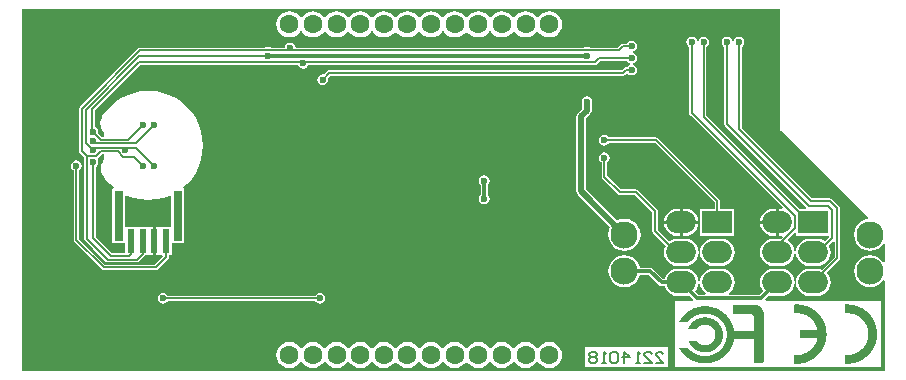
<source format=gbl>
G04 Layer_Physical_Order=2*
G04 Layer_Color=16711680*
%FSLAX25Y25*%
%MOIN*%
G70*
G01*
G75*
%ADD25C,0.00591*%
%ADD26C,0.01969*%
%ADD28C,0.01181*%
%ADD29C,0.00787*%
%ADD31C,0.06299*%
%ADD32C,0.02362*%
%ADD33C,0.02598*%
%ADD34O,0.09843X0.07480*%
%ADD35R,0.09843X0.07480*%
%ADD36R,0.02756X0.16535*%
%ADD37R,0.02362X0.07874*%
%ADD38O,0.09843X0.07480*%
%ADD39C,0.09055*%
G36*
X254724Y82282D02*
X284032Y52975D01*
X283871Y52501D01*
X283258Y52421D01*
X281965Y51885D01*
X280855Y51033D01*
X280003Y49923D01*
X279468Y48630D01*
X279285Y47243D01*
X279468Y45855D01*
X280003Y44562D01*
X280855Y43452D01*
X281965Y42600D01*
X283258Y42064D01*
X284646Y41882D01*
X286033Y42064D01*
X287326Y42600D01*
X288436Y43452D01*
X289032Y44228D01*
X289532Y44059D01*
Y38222D01*
X289032Y38052D01*
X288436Y38829D01*
X287326Y39680D01*
X286033Y40216D01*
X284646Y40399D01*
X283258Y40216D01*
X281965Y39680D01*
X280855Y38829D01*
X280003Y37718D01*
X279468Y36425D01*
X279285Y35038D01*
X279468Y33650D01*
X280003Y32357D01*
X280855Y31247D01*
X281965Y30395D01*
X283258Y29860D01*
X284646Y29677D01*
X286033Y29860D01*
X287326Y30395D01*
X288436Y31247D01*
X289032Y32024D01*
X289532Y31854D01*
Y1805D01*
X1806D01*
Y122601D01*
X254724D01*
X254724Y82282D01*
D02*
G37*
%LPC*%
G36*
X234882Y45905D02*
X232520D01*
X231338Y45750D01*
X230236Y45293D01*
X229291Y44568D01*
X228565Y43622D01*
X228109Y42520D01*
X227953Y41339D01*
X228109Y40157D01*
X228565Y39055D01*
X229291Y38109D01*
X230236Y37384D01*
X231338Y36928D01*
X232520Y36772D01*
X234882D01*
X236064Y36928D01*
X237165Y37384D01*
X238111Y38109D01*
X238837Y39055D01*
X239293Y40157D01*
X239448Y41339D01*
X239293Y42520D01*
X238837Y43622D01*
X238111Y44568D01*
X237165Y45293D01*
X236064Y45750D01*
X234882Y45905D01*
D02*
G37*
G36*
X253201Y50837D02*
X248019D01*
X248109Y50155D01*
X248565Y49054D01*
X249291Y48108D01*
X250236Y47382D01*
X251338Y46926D01*
X252520Y46770D01*
X253201D01*
Y50837D01*
D02*
G37*
G36*
X190251Y93347D02*
X189560Y93209D01*
X188974Y92817D01*
X188582Y92231D01*
X188445Y91540D01*
X188582Y90849D01*
X188646Y90754D01*
Y89248D01*
X187152Y87754D01*
X186804Y87233D01*
X186682Y86619D01*
X186682Y86619D01*
Y75589D01*
X186618Y75494D01*
X186481Y74803D01*
X186618Y74112D01*
X186682Y74017D01*
Y61711D01*
X186682Y61711D01*
X186804Y61097D01*
X187152Y60576D01*
X198023Y49705D01*
X197578Y48630D01*
X197395Y47243D01*
X197578Y45855D01*
X198113Y44562D01*
X198965Y43452D01*
X200076Y42600D01*
X201368Y42064D01*
X202756Y41882D01*
X204143Y42064D01*
X205436Y42600D01*
X206547Y43452D01*
X207399Y44562D01*
X207934Y45855D01*
X208117Y47243D01*
X207934Y48630D01*
X207399Y49923D01*
X206547Y51033D01*
X205436Y51885D01*
X204143Y52421D01*
X202756Y52603D01*
X201368Y52421D01*
X200294Y51976D01*
X189893Y62376D01*
Y74017D01*
X189956Y74112D01*
X190094Y74803D01*
X189956Y75494D01*
X189893Y75589D01*
Y85954D01*
X191386Y87447D01*
X191387Y87447D01*
X191735Y87968D01*
X191857Y88583D01*
Y90754D01*
X191920Y90849D01*
X192058Y91540D01*
X191920Y92231D01*
X191528Y92817D01*
X190942Y93209D01*
X190251Y93347D01*
D02*
G37*
G36*
X196063Y74641D02*
X195372Y74503D01*
X194786Y74112D01*
X194394Y73526D01*
X194257Y72835D01*
X194394Y72143D01*
X194786Y71557D01*
X195160Y71307D01*
Y66534D01*
X195229Y66188D01*
X195424Y65895D01*
X200542Y60777D01*
X200542Y60777D01*
X200835Y60581D01*
X201181Y60513D01*
X206319D01*
X212089Y54742D01*
Y48424D01*
X212158Y48078D01*
X212353Y47785D01*
X216551Y43588D01*
X216109Y42520D01*
X215953Y41339D01*
X216109Y40157D01*
X216565Y39055D01*
X217291Y38109D01*
X218236Y37384D01*
X219338Y36928D01*
X220520Y36772D01*
X222882D01*
X224064Y36928D01*
X225165Y37384D01*
X226111Y38109D01*
X226837Y39055D01*
X227293Y40157D01*
X227449Y41339D01*
X227293Y42520D01*
X226837Y43622D01*
X226111Y44568D01*
X225165Y45293D01*
X224064Y45750D01*
X222882Y45905D01*
X220520D01*
X219338Y45750D01*
X218236Y45293D01*
X217763Y44930D01*
X213895Y48798D01*
Y55116D01*
X213826Y55462D01*
X213631Y55755D01*
X207332Y62054D01*
X207038Y62250D01*
X206693Y62319D01*
X201555D01*
X196966Y66908D01*
Y71307D01*
X197340Y71557D01*
X197732Y72143D01*
X197869Y72835D01*
X197732Y73526D01*
X197340Y74112D01*
X196754Y74503D01*
X196063Y74641D01*
D02*
G37*
G36*
X177653Y11455D02*
X176522Y11306D01*
X175469Y10870D01*
X174564Y10175D01*
X174020Y9466D01*
X173947Y9435D01*
X173485D01*
X173412Y9466D01*
X172867Y10175D01*
X171963Y10870D01*
X170909Y11306D01*
X169779Y11455D01*
X168648Y11306D01*
X167595Y10870D01*
X166690Y10175D01*
X166146Y9466D01*
X166073Y9435D01*
X165611D01*
X165538Y9466D01*
X164993Y10175D01*
X164089Y10870D01*
X163035Y11306D01*
X161905Y11455D01*
X160774Y11306D01*
X159721Y10870D01*
X158816Y10175D01*
X158272Y9466D01*
X158199Y9435D01*
X157737D01*
X157664Y9466D01*
X157119Y10175D01*
X156215Y10870D01*
X155161Y11306D01*
X154031Y11455D01*
X152900Y11306D01*
X151847Y10870D01*
X150942Y10175D01*
X150398Y9466D01*
X150325Y9435D01*
X149863D01*
X149790Y9466D01*
X149245Y10175D01*
X148341Y10870D01*
X147287Y11306D01*
X146157Y11455D01*
X145026Y11306D01*
X143973Y10870D01*
X143068Y10175D01*
X142524Y9466D01*
X142451Y9435D01*
X141989D01*
X141916Y9466D01*
X141371Y10175D01*
X140467Y10870D01*
X139413Y11306D01*
X138283Y11455D01*
X137152Y11306D01*
X136099Y10870D01*
X135194Y10175D01*
X134650Y9466D01*
X134577Y9435D01*
X134115D01*
X134042Y9466D01*
X133497Y10175D01*
X132593Y10870D01*
X131539Y11306D01*
X130409Y11455D01*
X129278Y11306D01*
X128225Y10870D01*
X127320Y10175D01*
X126776Y9466D01*
X126703Y9435D01*
X126241D01*
X126168Y9466D01*
X125623Y10175D01*
X124719Y10870D01*
X123665Y11306D01*
X122535Y11455D01*
X121404Y11306D01*
X120351Y10870D01*
X119446Y10175D01*
X118902Y9466D01*
X118829Y9435D01*
X118367D01*
X118294Y9466D01*
X117749Y10175D01*
X116845Y10870D01*
X115791Y11306D01*
X114661Y11455D01*
X113530Y11306D01*
X112477Y10870D01*
X111572Y10175D01*
X111028Y9466D01*
X110955Y9435D01*
X110493D01*
X110420Y9466D01*
X109875Y10175D01*
X108971Y10870D01*
X107917Y11306D01*
X106787Y11455D01*
X105656Y11306D01*
X104603Y10870D01*
X103698Y10175D01*
X103154Y9466D01*
X103081Y9435D01*
X102619D01*
X102546Y9466D01*
X102001Y10175D01*
X101097Y10870D01*
X100043Y11306D01*
X98913Y11455D01*
X97782Y11306D01*
X96729Y10870D01*
X95824Y10175D01*
X95280Y9466D01*
X95207Y9435D01*
X94744D01*
X94672Y9466D01*
X94127Y10175D01*
X93223Y10870D01*
X92169Y11306D01*
X91039Y11455D01*
X89908Y11306D01*
X88854Y10870D01*
X87950Y10175D01*
X87256Y9271D01*
X86819Y8217D01*
X86671Y7087D01*
X86819Y5956D01*
X87256Y4903D01*
X87950Y3998D01*
X88854Y3304D01*
X89908Y2867D01*
X91039Y2719D01*
X92169Y2867D01*
X93223Y3304D01*
X94127Y3998D01*
X94672Y4707D01*
X94744Y4738D01*
X95207D01*
X95280Y4707D01*
X95824Y3998D01*
X96729Y3304D01*
X97782Y2867D01*
X98913Y2719D01*
X100043Y2867D01*
X101097Y3304D01*
X102001Y3998D01*
X102546Y4707D01*
X102619Y4738D01*
X103081D01*
X103154Y4707D01*
X103698Y3998D01*
X104603Y3304D01*
X105656Y2867D01*
X106787Y2719D01*
X107917Y2867D01*
X108971Y3304D01*
X109875Y3998D01*
X110420Y4707D01*
X110493Y4738D01*
X110955D01*
X111028Y4707D01*
X111572Y3998D01*
X112477Y3304D01*
X113530Y2867D01*
X114661Y2719D01*
X115791Y2867D01*
X116845Y3304D01*
X117749Y3998D01*
X118294Y4707D01*
X118367Y4738D01*
X118829D01*
X118902Y4707D01*
X119446Y3998D01*
X120351Y3304D01*
X121404Y2867D01*
X122535Y2719D01*
X123665Y2867D01*
X124719Y3304D01*
X125623Y3998D01*
X126168Y4707D01*
X126241Y4738D01*
X126703D01*
X126776Y4707D01*
X127320Y3998D01*
X128225Y3304D01*
X129278Y2867D01*
X130409Y2719D01*
X131539Y2867D01*
X132593Y3304D01*
X133497Y3998D01*
X134042Y4707D01*
X134115Y4738D01*
X134577D01*
X134650Y4707D01*
X135194Y3998D01*
X136099Y3304D01*
X137152Y2867D01*
X138283Y2719D01*
X139413Y2867D01*
X140467Y3304D01*
X141371Y3998D01*
X141916Y4707D01*
X141989Y4738D01*
X142451D01*
X142524Y4707D01*
X143068Y3998D01*
X143973Y3304D01*
X145026Y2867D01*
X146157Y2719D01*
X147287Y2867D01*
X148341Y3304D01*
X149245Y3998D01*
X149790Y4707D01*
X149863Y4738D01*
X150325D01*
X150398Y4707D01*
X150942Y3998D01*
X151847Y3304D01*
X152900Y2867D01*
X154031Y2719D01*
X155161Y2867D01*
X156215Y3304D01*
X157119Y3998D01*
X157664Y4707D01*
X157737Y4738D01*
X158199D01*
X158272Y4707D01*
X158816Y3998D01*
X159721Y3304D01*
X160774Y2867D01*
X161905Y2719D01*
X163035Y2867D01*
X164089Y3304D01*
X164993Y3998D01*
X165538Y4707D01*
X165611Y4738D01*
X166073D01*
X166146Y4707D01*
X166690Y3998D01*
X167595Y3304D01*
X168648Y2867D01*
X169779Y2719D01*
X170909Y2867D01*
X171963Y3304D01*
X172867Y3998D01*
X173412Y4707D01*
X173485Y4738D01*
X173947D01*
X174020Y4707D01*
X174564Y3998D01*
X175469Y3304D01*
X176522Y2867D01*
X177653Y2719D01*
X178783Y2867D01*
X179837Y3304D01*
X180742Y3998D01*
X181436Y4903D01*
X181872Y5956D01*
X182021Y7087D01*
X181872Y8217D01*
X181436Y9271D01*
X180742Y10175D01*
X179837Y10870D01*
X178783Y11306D01*
X177653Y11455D01*
D02*
G37*
G36*
X217126Y9644D02*
X189444D01*
Y2953D01*
X217126D01*
Y9644D01*
D02*
G37*
G36*
X101279Y27791D02*
X100588Y27653D01*
X100002Y27261D01*
X99752Y26887D01*
X50445D01*
X50195Y27261D01*
X49609Y27653D01*
X48917Y27791D01*
X48226Y27653D01*
X47640Y27261D01*
X47249Y26676D01*
X47111Y25984D01*
X47249Y25293D01*
X47640Y24707D01*
X48226Y24315D01*
X48917Y24178D01*
X49609Y24315D01*
X50195Y24707D01*
X50445Y25081D01*
X99752D01*
X100002Y24707D01*
X100588Y24315D01*
X101279Y24178D01*
X101971Y24315D01*
X102557Y24707D01*
X102948Y25293D01*
X103086Y25984D01*
X102948Y26676D01*
X102557Y27261D01*
X101971Y27653D01*
X101279Y27791D01*
D02*
G37*
G36*
X202756Y40399D02*
X201368Y40216D01*
X200076Y39680D01*
X198965Y38829D01*
X198113Y37718D01*
X197578Y36425D01*
X197395Y35038D01*
X197578Y33650D01*
X198113Y32357D01*
X198965Y31247D01*
X200076Y30395D01*
X201368Y29860D01*
X202756Y29677D01*
X204143Y29860D01*
X205436Y30395D01*
X206547Y31247D01*
X207399Y32357D01*
X207934Y33650D01*
X207958Y33834D01*
X210918D01*
X214265Y30487D01*
X214265Y30487D01*
X214656Y30226D01*
X215117Y30134D01*
X215117Y30134D01*
X216118D01*
X216565Y29055D01*
X217291Y28109D01*
X218236Y27384D01*
X219338Y26928D01*
X220520Y26772D01*
X222882D01*
X224064Y26928D01*
X224308Y27029D01*
X225677Y25659D01*
X225486Y25197D01*
X219685D01*
Y2953D01*
X288386D01*
Y25197D01*
X249917D01*
X249726Y25659D01*
X251094Y27027D01*
X251338Y26926D01*
X252520Y26770D01*
X254882D01*
X256064Y26926D01*
X257165Y27382D01*
X258111Y28108D01*
X258837Y29054D01*
X259293Y30155D01*
X259449Y31337D01*
X259293Y32519D01*
X258837Y33620D01*
X258111Y34566D01*
X257165Y35292D01*
X256064Y35748D01*
X254882Y35904D01*
X252520D01*
X251338Y35748D01*
X250236Y35292D01*
X249291Y34566D01*
X248565Y33620D01*
X248109Y32519D01*
X247953Y31337D01*
X248109Y30155D01*
X248565Y29054D01*
X249064Y28403D01*
X247849Y27189D01*
X237732D01*
X237562Y27689D01*
X238111Y28109D01*
X238837Y29055D01*
X239293Y30157D01*
X239448Y31339D01*
X239293Y32520D01*
X238837Y33622D01*
X238111Y34568D01*
X237165Y35293D01*
X236064Y35750D01*
X234882Y35905D01*
X232520D01*
X231338Y35750D01*
X230236Y35293D01*
X229291Y34568D01*
X228565Y33622D01*
X228109Y32520D01*
X227953Y31339D01*
X228109Y30157D01*
X228565Y29055D01*
X229291Y28109D01*
X229839Y27689D01*
X229669Y27189D01*
X227554D01*
X226338Y28405D01*
X226837Y29055D01*
X227293Y30157D01*
X227449Y31339D01*
X227293Y32520D01*
X226837Y33622D01*
X226111Y34568D01*
X225165Y35293D01*
X224064Y35750D01*
X222882Y35905D01*
X220520D01*
X219338Y35750D01*
X218236Y35293D01*
X217291Y34568D01*
X216565Y33622D01*
X216118Y32543D01*
X215615D01*
X212269Y35889D01*
X211878Y36150D01*
X211417Y36242D01*
X211417Y36242D01*
X207958D01*
X207934Y36425D01*
X207399Y37718D01*
X206547Y38829D01*
X205436Y39680D01*
X204143Y40216D01*
X202756Y40399D01*
D02*
G37*
G36*
X221201Y50839D02*
X216019D01*
X216109Y50157D01*
X216565Y49055D01*
X217291Y48109D01*
X218236Y47384D01*
X219338Y46928D01*
X220520Y46772D01*
X221201D01*
Y50839D01*
D02*
G37*
G36*
X155999Y66964D02*
X155308Y66826D01*
X154722Y66435D01*
X154330Y65849D01*
X154193Y65158D01*
X154330Y64466D01*
X154722Y63880D01*
X154795Y63831D01*
Y60578D01*
X154722Y60529D01*
X154330Y59943D01*
X154193Y59252D01*
X154330Y58561D01*
X154722Y57975D01*
X155308Y57583D01*
X155999Y57446D01*
X156691Y57583D01*
X157276Y57975D01*
X157668Y58561D01*
X157806Y59252D01*
X157668Y59943D01*
X157276Y60529D01*
X157203Y60578D01*
Y63831D01*
X157276Y63880D01*
X157668Y64466D01*
X157806Y65158D01*
X157668Y65849D01*
X157276Y66435D01*
X156691Y66826D01*
X155999Y66964D01*
D02*
G37*
G36*
X222882Y55905D02*
X222201D01*
Y51838D01*
X227383D01*
X227293Y52521D01*
X226837Y53622D01*
X226111Y54568D01*
X225165Y55293D01*
X224064Y55750D01*
X222882Y55905D01*
D02*
G37*
G36*
X205123Y111844D02*
X204432Y111707D01*
X203846Y111315D01*
X203596Y110941D01*
X202262D01*
X201917Y110872D01*
X201624Y110676D01*
X200512Y109565D01*
X191497D01*
X191453Y109594D01*
X191107Y109663D01*
X189395D01*
X189395Y109663D01*
X189049Y109594D01*
X189005Y109565D01*
X93122D01*
X93007Y110140D01*
X92616Y110726D01*
X92030Y111118D01*
X91339Y111255D01*
X90647Y111118D01*
X90061Y110726D01*
X89670Y110140D01*
X89555Y109565D01*
X85198D01*
X85154Y109594D01*
X84808Y109663D01*
X83096D01*
X83096Y109663D01*
X82750Y109594D01*
X82706Y109565D01*
X41263D01*
X40917Y109496D01*
X40624Y109300D01*
X21212Y89888D01*
X21016Y89595D01*
X20947Y89249D01*
X20947Y89249D01*
Y75097D01*
X21016Y74751D01*
X21212Y74458D01*
X22621Y73049D01*
Y45866D01*
X22689Y45520D01*
X22885Y45228D01*
X29875Y38238D01*
X30168Y38042D01*
X30513Y37973D01*
X40157D01*
X40503Y38042D01*
X40796Y38238D01*
X42765Y40206D01*
X42928Y40451D01*
X44094Y40451D01*
X44594Y40451D01*
X45563D01*
Y45176D01*
Y49900D01*
X44594D01*
X44094Y49900D01*
X43595Y49900D01*
X40657D01*
X40157Y49900D01*
Y49900D01*
X40157D01*
Y49900D01*
X36417D01*
Y60088D01*
X36842Y60352D01*
X37148Y60201D01*
X39396Y59438D01*
X41724Y58975D01*
X44093Y58819D01*
X46462Y58975D01*
X48790Y59438D01*
X51038Y60201D01*
X51347Y60353D01*
X51772Y60089D01*
Y49900D01*
X48531D01*
X48031Y49900D01*
X47532Y49900D01*
X46563D01*
Y45176D01*
Y40451D01*
X47532D01*
X48031Y40451D01*
X48705Y40451D01*
X48912Y39951D01*
X46181Y37220D01*
X29570D01*
X20982Y45809D01*
Y68648D01*
X21356Y68898D01*
X21748Y69484D01*
X21885Y70176D01*
X21748Y70867D01*
X21356Y71453D01*
X20770Y71844D01*
X20079Y71982D01*
X19387Y71844D01*
X18801Y71453D01*
X18410Y70867D01*
X18272Y70176D01*
X18410Y69484D01*
X18801Y68898D01*
X19176Y68648D01*
Y45435D01*
X19244Y45089D01*
X19440Y44796D01*
X28557Y35679D01*
X28850Y35483D01*
X29196Y35414D01*
X46555D01*
X46901Y35483D01*
X47194Y35679D01*
X50639Y39124D01*
X50834Y39417D01*
X50903Y39762D01*
Y40451D01*
X51968D01*
Y44388D01*
X56102D01*
Y62498D01*
X55818D01*
X55630Y62998D01*
X56926Y64135D01*
X58492Y65920D01*
X59811Y67894D01*
X60861Y70023D01*
X61624Y72271D01*
X62087Y74600D01*
X62242Y76968D01*
X62087Y79337D01*
X61624Y81666D01*
X60861Y83914D01*
X59811Y86043D01*
X58492Y88017D01*
X56926Y89802D01*
X55141Y91367D01*
X53167Y92686D01*
X51038Y93736D01*
X48790Y94499D01*
X46462Y94962D01*
X44093Y95118D01*
X41724Y94962D01*
X39396Y94499D01*
X37148Y93736D01*
X35018Y92686D01*
X33044Y91367D01*
X31260Y89802D01*
X29694Y88017D01*
X28762Y86621D01*
X28752Y86628D01*
X28649Y86494D01*
X28525Y86193D01*
X28213Y85441D01*
X28064Y84311D01*
X28213Y83180D01*
X28649Y82126D01*
X29344Y81222D01*
X29428Y81157D01*
Y79840D01*
X28691D01*
X27337Y81194D01*
X27397Y81494D01*
X27259Y82186D01*
X26868Y82772D01*
X26297Y83153D01*
Y88799D01*
X40402Y102905D01*
X40402Y102905D01*
X41319Y103821D01*
X82706D01*
X82750Y103792D01*
X83096Y103723D01*
X85039D01*
X85385Y103792D01*
X85429Y103821D01*
X94058D01*
X94094Y103639D01*
X94486Y103053D01*
X95072Y102662D01*
X95763Y102524D01*
X96454Y102662D01*
X97040Y103053D01*
X97432Y103639D01*
X97468Y103821D01*
X189005D01*
X189049Y103792D01*
X189395Y103723D01*
X191107D01*
X191453Y103792D01*
X191497Y103821D01*
X192913D01*
X193259Y103890D01*
X193552Y104086D01*
X194664Y105198D01*
X203596D01*
X203846Y104824D01*
X204432Y104432D01*
X204657Y104387D01*
Y103877D01*
X204432Y103833D01*
X203846Y103441D01*
X203596Y103067D01*
X203345D01*
X202999Y102998D01*
X202706Y102802D01*
X201988Y102084D01*
X104424D01*
X104079Y102015D01*
X103786Y101820D01*
X102602Y100636D01*
X102161Y100724D01*
X101469Y100586D01*
X100883Y100195D01*
X100492Y99609D01*
X100354Y98917D01*
X100492Y98226D01*
X100883Y97640D01*
X101469Y97249D01*
X102161Y97111D01*
X102852Y97249D01*
X103438Y97640D01*
X103830Y98226D01*
X103967Y98917D01*
X103879Y99359D01*
X104798Y100278D01*
X202362D01*
X202708Y100347D01*
X203001Y100542D01*
X203390Y100931D01*
X203846Y100886D01*
X204432Y100495D01*
X205123Y100357D01*
X205814Y100495D01*
X206400Y100886D01*
X206792Y101472D01*
X206929Y102164D01*
X206792Y102855D01*
X206400Y103441D01*
X205814Y103833D01*
X205589Y103877D01*
Y104387D01*
X205814Y104432D01*
X206400Y104824D01*
X206792Y105410D01*
X206929Y106101D01*
X206792Y106792D01*
X206400Y107378D01*
X205814Y107770D01*
X205589Y107814D01*
Y108324D01*
X205814Y108369D01*
X206400Y108760D01*
X206792Y109347D01*
X206929Y110038D01*
X206792Y110729D01*
X206400Y111315D01*
X205814Y111707D01*
X205123Y111844D01*
D02*
G37*
G36*
X177653Y121691D02*
X176522Y121542D01*
X175469Y121106D01*
X174564Y120412D01*
X174020Y119702D01*
X173947Y119671D01*
X173485D01*
X173412Y119702D01*
X172867Y120412D01*
X171963Y121106D01*
X170909Y121542D01*
X169779Y121691D01*
X168648Y121542D01*
X167595Y121106D01*
X166690Y120412D01*
X166146Y119702D01*
X166073Y119671D01*
X165611D01*
X165538Y119702D01*
X164993Y120412D01*
X164089Y121106D01*
X163035Y121542D01*
X161905Y121691D01*
X160774Y121542D01*
X159721Y121106D01*
X158816Y120412D01*
X158272Y119702D01*
X158199Y119671D01*
X157737D01*
X157664Y119702D01*
X157119Y120412D01*
X156215Y121106D01*
X155161Y121542D01*
X154031Y121691D01*
X152900Y121542D01*
X151847Y121106D01*
X150942Y120412D01*
X150398Y119702D01*
X150325Y119671D01*
X149863D01*
X149790Y119702D01*
X149245Y120412D01*
X148341Y121106D01*
X147287Y121542D01*
X146157Y121691D01*
X145026Y121542D01*
X143973Y121106D01*
X143068Y120412D01*
X142524Y119702D01*
X142451Y119671D01*
X141989D01*
X141916Y119702D01*
X141371Y120412D01*
X140467Y121106D01*
X139413Y121542D01*
X138283Y121691D01*
X137152Y121542D01*
X136099Y121106D01*
X135194Y120412D01*
X134650Y119702D01*
X134577Y119671D01*
X134115D01*
X134042Y119702D01*
X133497Y120412D01*
X132593Y121106D01*
X131539Y121542D01*
X130409Y121691D01*
X129278Y121542D01*
X128225Y121106D01*
X127320Y120412D01*
X126776Y119702D01*
X126703Y119671D01*
X126241D01*
X126168Y119702D01*
X125623Y120412D01*
X124719Y121106D01*
X123665Y121542D01*
X122535Y121691D01*
X121404Y121542D01*
X120351Y121106D01*
X119446Y120412D01*
X118902Y119702D01*
X118829Y119671D01*
X118367D01*
X118294Y119702D01*
X117749Y120412D01*
X116845Y121106D01*
X115791Y121542D01*
X114661Y121691D01*
X113530Y121542D01*
X112477Y121106D01*
X111572Y120412D01*
X111028Y119702D01*
X110955Y119671D01*
X110493D01*
X110420Y119702D01*
X109875Y120412D01*
X108971Y121106D01*
X107917Y121542D01*
X106787Y121691D01*
X105656Y121542D01*
X104603Y121106D01*
X103698Y120412D01*
X103154Y119702D01*
X103081Y119671D01*
X102619D01*
X102546Y119702D01*
X102001Y120412D01*
X101097Y121106D01*
X100043Y121542D01*
X98913Y121691D01*
X97782Y121542D01*
X96729Y121106D01*
X95824Y120412D01*
X95280Y119702D01*
X95207Y119671D01*
X94744D01*
X94672Y119702D01*
X94127Y120412D01*
X93223Y121106D01*
X92169Y121542D01*
X91039Y121691D01*
X89908Y121542D01*
X88854Y121106D01*
X87950Y120412D01*
X87256Y119507D01*
X86819Y118453D01*
X86671Y117323D01*
X86819Y116192D01*
X87256Y115139D01*
X87950Y114234D01*
X88854Y113540D01*
X89908Y113104D01*
X91039Y112955D01*
X92169Y113104D01*
X93223Y113540D01*
X94127Y114234D01*
X94672Y114944D01*
X94744Y114975D01*
X95207D01*
X95280Y114944D01*
X95824Y114234D01*
X96729Y113540D01*
X97782Y113104D01*
X98913Y112955D01*
X100043Y113104D01*
X101097Y113540D01*
X102001Y114234D01*
X102546Y114944D01*
X102619Y114975D01*
X103081D01*
X103154Y114944D01*
X103698Y114234D01*
X104603Y113540D01*
X105656Y113104D01*
X106787Y112955D01*
X107917Y113104D01*
X108971Y113540D01*
X109875Y114234D01*
X110420Y114944D01*
X110493Y114975D01*
X110955D01*
X111028Y114944D01*
X111572Y114234D01*
X112477Y113540D01*
X113530Y113104D01*
X114661Y112955D01*
X115791Y113104D01*
X116845Y113540D01*
X117749Y114234D01*
X118294Y114944D01*
X118367Y114975D01*
X118829D01*
X118902Y114944D01*
X119446Y114234D01*
X120351Y113540D01*
X121404Y113104D01*
X122535Y112955D01*
X123665Y113104D01*
X124719Y113540D01*
X125623Y114234D01*
X126168Y114944D01*
X126241Y114975D01*
X126703D01*
X126776Y114944D01*
X127320Y114234D01*
X128225Y113540D01*
X129278Y113104D01*
X130409Y112955D01*
X131539Y113104D01*
X132593Y113540D01*
X133497Y114234D01*
X134042Y114944D01*
X134115Y114975D01*
X134577D01*
X134650Y114944D01*
X135194Y114234D01*
X136099Y113540D01*
X137152Y113104D01*
X138283Y112955D01*
X139413Y113104D01*
X140467Y113540D01*
X141371Y114234D01*
X141916Y114944D01*
X141989Y114975D01*
X142451D01*
X142524Y114944D01*
X143068Y114234D01*
X143973Y113540D01*
X145026Y113104D01*
X146157Y112955D01*
X147287Y113104D01*
X148341Y113540D01*
X149245Y114234D01*
X149790Y114944D01*
X149863Y114975D01*
X150325D01*
X150398Y114944D01*
X150942Y114234D01*
X151847Y113540D01*
X152900Y113104D01*
X154031Y112955D01*
X155161Y113104D01*
X156215Y113540D01*
X157119Y114234D01*
X157664Y114944D01*
X157737Y114975D01*
X158199D01*
X158272Y114944D01*
X158816Y114234D01*
X159721Y113540D01*
X160774Y113104D01*
X161905Y112955D01*
X163035Y113104D01*
X164089Y113540D01*
X164993Y114234D01*
X165538Y114944D01*
X165611Y114975D01*
X166073D01*
X166146Y114944D01*
X166690Y114234D01*
X167595Y113540D01*
X168648Y113104D01*
X169779Y112955D01*
X170909Y113104D01*
X171963Y113540D01*
X172867Y114234D01*
X173412Y114944D01*
X173485Y114975D01*
X173947D01*
X174020Y114944D01*
X174564Y114234D01*
X175469Y113540D01*
X176522Y113104D01*
X177653Y112955D01*
X178783Y113104D01*
X179837Y113540D01*
X180742Y114234D01*
X181436Y115139D01*
X181872Y116192D01*
X182021Y117323D01*
X181872Y118453D01*
X181436Y119507D01*
X180742Y120412D01*
X179837Y121106D01*
X178783Y121542D01*
X177653Y121691D01*
D02*
G37*
G36*
X240945Y113227D02*
X240254Y113089D01*
X239668Y112698D01*
X239276Y112112D01*
X239231Y111887D01*
X238721D01*
X238677Y112112D01*
X238285Y112698D01*
X237699Y113089D01*
X237008Y113227D01*
X236317Y113089D01*
X235731Y112698D01*
X235339Y112112D01*
X235202Y111421D01*
X235339Y110729D01*
X235731Y110143D01*
X236105Y109893D01*
Y84030D01*
X236174Y83684D01*
X236369Y83391D01*
X263396Y56365D01*
X263189Y55865D01*
X261151D01*
X230037Y86978D01*
Y109893D01*
X230411Y110143D01*
X230803Y110729D01*
X230940Y111421D01*
X230803Y112112D01*
X230411Y112698D01*
X229825Y113089D01*
X229134Y113227D01*
X228443Y113089D01*
X227857Y112698D01*
X227465Y112112D01*
X227420Y111887D01*
X226910D01*
X226866Y112112D01*
X226474Y112698D01*
X225888Y113089D01*
X225197Y113227D01*
X224506Y113089D01*
X223920Y112698D01*
X223528Y112112D01*
X223391Y111421D01*
X223528Y110729D01*
X223920Y110143D01*
X224294Y109893D01*
Y87841D01*
X224362Y87495D01*
X224558Y87202D01*
X255455Y56306D01*
X255234Y55857D01*
X254882Y55904D01*
X254201D01*
Y51337D01*
Y46770D01*
X254882D01*
X255234Y46817D01*
X255455Y46368D01*
X254978Y45891D01*
X254882Y45904D01*
X252520D01*
X251338Y45748D01*
X250236Y45292D01*
X249291Y44566D01*
X248565Y43620D01*
X248109Y42519D01*
X247953Y41337D01*
X248109Y40155D01*
X248565Y39054D01*
X249291Y38108D01*
X250236Y37382D01*
X251338Y36926D01*
X252520Y36770D01*
X254882D01*
X256064Y36926D01*
X257165Y37382D01*
X258111Y38108D01*
X258837Y39054D01*
X259293Y40155D01*
X259449Y41337D01*
X259293Y42519D01*
X258837Y43620D01*
X258111Y44566D01*
X257434Y45086D01*
X257359Y45718D01*
X259530Y47889D01*
X259992Y47698D01*
Y46810D01*
X270952D01*
X271096Y46310D01*
X269682Y44895D01*
X269165Y45292D01*
X268064Y45748D01*
X266882Y45904D01*
X264520D01*
X263338Y45748D01*
X262236Y45292D01*
X261291Y44566D01*
X260565Y43620D01*
X260109Y42519D01*
X259953Y41337D01*
X260109Y40155D01*
X260565Y39054D01*
X261291Y38108D01*
X262236Y37382D01*
X263338Y36926D01*
X264520Y36770D01*
X266882D01*
X268064Y36926D01*
X269165Y37382D01*
X270111Y38108D01*
X270837Y39054D01*
X271293Y40155D01*
X271448Y41337D01*
X271293Y42519D01*
X270873Y43532D01*
X272298Y44957D01*
X272798Y44750D01*
Y39711D01*
X268609Y35522D01*
X268064Y35748D01*
X266882Y35904D01*
X264520D01*
X263338Y35748D01*
X262236Y35292D01*
X261291Y34566D01*
X260565Y33620D01*
X260109Y32519D01*
X259953Y31337D01*
X260109Y30155D01*
X260565Y29054D01*
X261291Y28108D01*
X262236Y27382D01*
X263338Y26926D01*
X264520Y26770D01*
X266882D01*
X268064Y26926D01*
X269165Y27382D01*
X270111Y28108D01*
X270837Y29054D01*
X271293Y30155D01*
X271448Y31337D01*
X271293Y32519D01*
X270837Y33620D01*
X270153Y34512D01*
X274339Y38698D01*
X274535Y38991D01*
X274604Y39337D01*
Y56037D01*
X274535Y56383D01*
X274339Y56676D01*
X271939Y59076D01*
X271646Y59271D01*
X271301Y59340D01*
X265375D01*
X241848Y82867D01*
Y109893D01*
X242222Y110143D01*
X242614Y110729D01*
X242751Y111421D01*
X242614Y112112D01*
X242222Y112698D01*
X241636Y113089D01*
X240945Y113227D01*
D02*
G37*
G36*
X227383Y50839D02*
X222201D01*
Y46772D01*
X222882D01*
X224064Y46928D01*
X225165Y47384D01*
X226111Y48109D01*
X226837Y49055D01*
X227293Y50157D01*
X227383Y50839D01*
D02*
G37*
G36*
X196063Y80546D02*
X195372Y80409D01*
X194786Y80017D01*
X194394Y79431D01*
X194257Y78740D01*
X194394Y78049D01*
X194786Y77463D01*
X195372Y77071D01*
X196063Y76934D01*
X196754Y77071D01*
X197340Y77463D01*
X197590Y77837D01*
X213010D01*
X232798Y58049D01*
Y55866D01*
X227992D01*
Y46811D01*
X239409D01*
Y55866D01*
X234604D01*
Y58424D01*
X234535Y58769D01*
X234339Y59062D01*
X214023Y79379D01*
X213730Y79575D01*
X213384Y79643D01*
X197590D01*
X197340Y80017D01*
X196754Y80409D01*
X196063Y80546D01*
D02*
G37*
G36*
X221201Y55905D02*
X220520D01*
X219338Y55750D01*
X218236Y55293D01*
X217291Y54568D01*
X216565Y53622D01*
X216109Y52521D01*
X216019Y51838D01*
X221201D01*
Y55905D01*
D02*
G37*
G36*
X253201Y55904D02*
X252520D01*
X251338Y55748D01*
X250236Y55292D01*
X249291Y54566D01*
X248565Y53620D01*
X248109Y52519D01*
X248019Y51837D01*
X253201D01*
Y55904D01*
D02*
G37*
%LPD*%
G36*
X229765Y19649D02*
X230408D01*
Y19600D01*
X230755D01*
Y19550D01*
X231002D01*
Y19501D01*
X231151D01*
Y19451D01*
X231349D01*
Y19402D01*
X231497D01*
Y19352D01*
X231645D01*
Y19303D01*
X231745D01*
Y19253D01*
X231893D01*
Y19204D01*
X232041D01*
Y19154D01*
X232091D01*
Y19105D01*
X232190D01*
Y19055D01*
X232338D01*
Y19006D01*
X232388D01*
Y18956D01*
X232487D01*
Y18907D01*
X232635D01*
Y18857D01*
X232685D01*
Y18808D01*
X232784D01*
Y18758D01*
X232833D01*
Y18709D01*
X232932D01*
Y18659D01*
X233031D01*
Y18610D01*
X233081D01*
Y18561D01*
X233130D01*
Y18511D01*
X233229D01*
Y18462D01*
X233278D01*
Y18412D01*
X233377D01*
Y18363D01*
X233427D01*
Y18313D01*
X233476D01*
Y18264D01*
X233526D01*
Y18214D01*
X233625D01*
Y18165D01*
X233674D01*
Y18115D01*
X233724D01*
Y18066D01*
X233773D01*
Y18016D01*
X233823D01*
Y17967D01*
X233872D01*
Y17917D01*
X233922D01*
Y17868D01*
X233971D01*
Y17818D01*
X234021D01*
Y17769D01*
X234070D01*
Y17719D01*
X234120D01*
Y17670D01*
X234169D01*
Y17620D01*
X234219D01*
Y17571D01*
X234268D01*
Y17521D01*
Y17472D01*
X234318D01*
Y17422D01*
Y17373D01*
X234367D01*
Y17323D01*
X234417D01*
Y17274D01*
X234466D01*
Y17224D01*
X234516D01*
Y17175D01*
X234565D01*
Y17126D01*
Y17076D01*
X234615D01*
Y17027D01*
X234664D01*
Y16977D01*
Y16928D01*
X234714D01*
Y16878D01*
Y16829D01*
X234763D01*
Y16779D01*
Y16730D01*
X234812D01*
Y16680D01*
X234862D01*
Y16631D01*
X234911D01*
Y16581D01*
Y16532D01*
X234961D01*
Y16482D01*
Y16433D01*
X235010D01*
Y16383D01*
Y16334D01*
Y16284D01*
X235060D01*
Y16235D01*
Y16185D01*
X235109D01*
Y16136D01*
Y16086D01*
X235159D01*
Y16037D01*
Y15987D01*
Y15938D01*
X235208D01*
Y15888D01*
X235258D01*
Y15839D01*
Y15789D01*
Y15740D01*
Y15690D01*
X235307D01*
Y15641D01*
Y15591D01*
Y15542D01*
X235357D01*
Y15493D01*
Y15443D01*
Y15394D01*
X235406D01*
Y15344D01*
Y15294D01*
Y15245D01*
Y15196D01*
X235456D01*
Y15146D01*
Y15097D01*
Y15047D01*
Y14998D01*
Y14948D01*
X235505D01*
Y14899D01*
Y14849D01*
Y14800D01*
Y14750D01*
Y14701D01*
Y14651D01*
X235555D01*
Y14602D01*
Y14552D01*
Y14503D01*
Y14453D01*
Y14404D01*
Y14354D01*
Y14305D01*
Y14255D01*
Y14206D01*
Y14156D01*
X235604D01*
Y14107D01*
Y14057D01*
Y14008D01*
Y13958D01*
Y13909D01*
Y13859D01*
Y13810D01*
Y13760D01*
Y13711D01*
Y13661D01*
Y13612D01*
Y13563D01*
X235555D01*
Y13513D01*
Y13464D01*
Y13414D01*
Y13365D01*
Y13315D01*
Y13266D01*
Y13216D01*
Y13167D01*
Y13117D01*
Y13068D01*
Y13018D01*
X235505D01*
Y12969D01*
Y12919D01*
Y12870D01*
Y12820D01*
Y12771D01*
Y12721D01*
X235456D01*
Y12672D01*
Y12622D01*
Y12573D01*
Y12523D01*
Y12474D01*
X235406D01*
Y12424D01*
Y12375D01*
Y12325D01*
Y12276D01*
X235357D01*
Y12227D01*
Y12177D01*
Y12128D01*
Y12078D01*
X235307D01*
Y12028D01*
Y11979D01*
Y11930D01*
X235258D01*
Y11880D01*
Y11831D01*
Y11781D01*
X235208D01*
Y11732D01*
X235159D01*
Y11682D01*
Y11633D01*
Y11583D01*
X235109D01*
Y11534D01*
Y11484D01*
X235060D01*
Y11435D01*
Y11385D01*
X235010D01*
Y11336D01*
Y11286D01*
Y11237D01*
X234961D01*
Y11187D01*
Y11138D01*
X234911D01*
Y11088D01*
Y11039D01*
X234862D01*
Y10989D01*
X234812D01*
Y10940D01*
X234763D01*
Y10890D01*
Y10841D01*
X234714D01*
Y10791D01*
Y10742D01*
X234664D01*
Y10692D01*
Y10643D01*
X234615D01*
Y10593D01*
X234565D01*
Y10544D01*
X234516D01*
Y10494D01*
Y10445D01*
X234466D01*
Y10396D01*
X234417D01*
Y10346D01*
X234367D01*
Y10297D01*
X234318D01*
Y10247D01*
Y10198D01*
X234268D01*
Y10148D01*
X234219D01*
Y10099D01*
X234169D01*
Y10049D01*
Y10000D01*
X234120D01*
Y9950D01*
X234021D01*
Y9901D01*
X233971D01*
Y9851D01*
Y9802D01*
X233922D01*
Y9752D01*
X233872D01*
Y9703D01*
X233823D01*
Y9653D01*
X233773D01*
Y9604D01*
X233674D01*
Y9554D01*
Y9505D01*
X233575D01*
Y9455D01*
X233526D01*
Y9406D01*
X233476D01*
Y9356D01*
X233427D01*
Y9307D01*
X233377D01*
Y9257D01*
X233278D01*
Y9208D01*
X233229D01*
Y9158D01*
X233130D01*
Y9109D01*
X233081D01*
Y9059D01*
X232982D01*
Y9010D01*
Y8961D01*
X232883D01*
Y8911D01*
X232784D01*
Y8862D01*
X232734D01*
Y8812D01*
X232635D01*
Y8763D01*
X232536D01*
Y8713D01*
X232437D01*
Y8664D01*
X232338D01*
Y8614D01*
X232239D01*
Y8565D01*
X232091D01*
Y8515D01*
X231992D01*
Y8466D01*
X231942D01*
Y8416D01*
X231794D01*
Y8367D01*
X231645D01*
Y8317D01*
X231497D01*
Y8268D01*
X231349D01*
Y8218D01*
X231151D01*
Y8169D01*
X230953D01*
Y8119D01*
X230656D01*
Y8070D01*
X230309D01*
Y8020D01*
X228973D01*
Y8070D01*
X228577D01*
Y8119D01*
X228330D01*
Y8169D01*
X228083D01*
Y8218D01*
X227934D01*
Y8268D01*
X227786D01*
Y8317D01*
X227588D01*
Y8367D01*
X227489D01*
Y8416D01*
X227340D01*
Y8466D01*
X227241D01*
Y8515D01*
X227142D01*
Y8565D01*
X227043D01*
Y8614D01*
X226944D01*
Y8664D01*
X226846D01*
Y8713D01*
X226747D01*
Y8763D01*
X226648D01*
Y8812D01*
X226549D01*
Y8862D01*
X226450D01*
Y8911D01*
X226400D01*
Y8961D01*
X226301D01*
Y9010D01*
X226252D01*
Y9059D01*
X226153D01*
Y9109D01*
X226103D01*
Y9158D01*
X226054D01*
Y9208D01*
X225955D01*
Y9257D01*
X225905D01*
Y9307D01*
X225806D01*
Y9356D01*
X225757D01*
Y9406D01*
X225707D01*
Y9455D01*
X225658D01*
Y9505D01*
X225608D01*
Y9554D01*
X225559D01*
Y9604D01*
X225509D01*
Y9653D01*
X225460D01*
Y9703D01*
X225410D01*
Y9752D01*
X225361D01*
Y9802D01*
X225311D01*
Y9851D01*
X225262D01*
Y9901D01*
X225213D01*
Y9950D01*
X225163D01*
Y10000D01*
X225114D01*
Y10049D01*
X225064D01*
Y10099D01*
X225015D01*
Y10148D01*
Y10198D01*
X224965D01*
Y10247D01*
X224916D01*
Y10297D01*
X224866D01*
Y10346D01*
Y10396D01*
X224817D01*
Y10445D01*
X224767D01*
Y10494D01*
X224718D01*
Y10544D01*
X224668D01*
Y10593D01*
Y10643D01*
X224619D01*
Y10692D01*
Y10742D01*
X224569D01*
Y10791D01*
X224520D01*
Y10841D01*
Y10890D01*
X224470D01*
Y10940D01*
Y10989D01*
X224421D01*
Y11039D01*
X224371D01*
Y11088D01*
X224322D01*
Y11138D01*
Y11187D01*
X224272D01*
Y11237D01*
Y11286D01*
Y11336D01*
X224223D01*
Y11385D01*
Y11435D01*
X224173D01*
Y11484D01*
Y11534D01*
X224124D01*
Y11583D01*
Y11633D01*
X224074D01*
Y11682D01*
Y11732D01*
Y11781D01*
X226846D01*
Y11732D01*
X226895D01*
Y11682D01*
X226944D01*
Y11633D01*
X226994D01*
Y11583D01*
X227043D01*
Y11534D01*
X227093D01*
Y11484D01*
X227142D01*
Y11435D01*
X227192D01*
Y11385D01*
X227241D01*
Y11336D01*
X227291D01*
Y11286D01*
X227340D01*
Y11237D01*
X227390D01*
Y11187D01*
X227439D01*
Y11138D01*
X227538D01*
Y11088D01*
X227588D01*
Y11039D01*
X227637D01*
Y10989D01*
X227736D01*
Y10940D01*
X227835D01*
Y10890D01*
X227934D01*
Y10841D01*
X228033D01*
Y10791D01*
X228132D01*
Y10742D01*
X228231D01*
Y10692D01*
X228380D01*
Y10643D01*
X228429D01*
Y10593D01*
X228627D01*
Y10544D01*
X228825D01*
Y10494D01*
X229122D01*
Y10445D01*
X230112D01*
Y10494D01*
X230408D01*
Y10544D01*
X230606D01*
Y10593D01*
X230804D01*
Y10643D01*
X230854D01*
Y10692D01*
X231002D01*
Y10742D01*
X231101D01*
Y10791D01*
X231250D01*
Y10841D01*
X231349D01*
Y10890D01*
X231398D01*
Y10940D01*
X231546D01*
Y10989D01*
X231596D01*
Y11039D01*
X231645D01*
Y11088D01*
X231745D01*
Y11138D01*
X231794D01*
Y11187D01*
X231893D01*
Y11237D01*
Y11286D01*
X231992D01*
Y11336D01*
X232041D01*
Y11385D01*
X232091D01*
Y11435D01*
X232140D01*
Y11484D01*
X232190D01*
Y11534D01*
X232239D01*
Y11583D01*
X232289D01*
Y11633D01*
X232338D01*
Y11682D01*
Y11732D01*
X232388D01*
Y11781D01*
Y11831D01*
X232437D01*
Y11880D01*
X232487D01*
Y11930D01*
X232536D01*
Y11979D01*
Y12028D01*
X232586D01*
Y12078D01*
Y12128D01*
X232685D01*
Y12177D01*
Y12227D01*
X232734D01*
Y12276D01*
Y12325D01*
X232784D01*
Y12375D01*
Y12424D01*
Y12474D01*
X232833D01*
Y12523D01*
Y12573D01*
X232883D01*
Y12622D01*
Y12672D01*
Y12721D01*
X232932D01*
Y12771D01*
Y12820D01*
Y12870D01*
X232982D01*
Y12919D01*
Y12969D01*
Y13018D01*
X233031D01*
Y13068D01*
Y13117D01*
Y13167D01*
Y13216D01*
X233081D01*
Y13266D01*
Y13315D01*
Y13365D01*
Y13414D01*
Y13464D01*
Y13513D01*
Y13563D01*
Y13612D01*
Y13661D01*
Y13711D01*
Y13760D01*
X233130D01*
Y13810D01*
Y13859D01*
Y13909D01*
X233081D01*
Y13958D01*
Y14008D01*
Y14057D01*
Y14107D01*
Y14156D01*
Y14206D01*
Y14255D01*
Y14305D01*
Y14354D01*
Y14404D01*
Y14453D01*
X233031D01*
Y14503D01*
Y14552D01*
Y14602D01*
Y14651D01*
Y14701D01*
X232982D01*
Y14750D01*
Y14800D01*
X232932D01*
Y14849D01*
Y14899D01*
Y14948D01*
X232883D01*
Y14998D01*
Y15047D01*
Y15097D01*
X232833D01*
Y15146D01*
Y15196D01*
Y15245D01*
X232784D01*
Y15294D01*
Y15344D01*
X232734D01*
Y15394D01*
Y15443D01*
X232685D01*
Y15493D01*
Y15542D01*
X232635D01*
Y15591D01*
X232586D01*
Y15641D01*
X232536D01*
Y15690D01*
Y15740D01*
X232487D01*
Y15789D01*
Y15839D01*
X232437D01*
Y15888D01*
X232388D01*
Y15938D01*
Y15987D01*
X232338D01*
Y16037D01*
X232289D01*
Y16086D01*
X232190D01*
Y16136D01*
Y16185D01*
X232140D01*
Y16235D01*
X232091D01*
Y16284D01*
X232041D01*
Y16334D01*
X231942D01*
Y16383D01*
Y16433D01*
X231843D01*
Y16482D01*
X231794D01*
Y16532D01*
X231745D01*
Y16581D01*
X231645D01*
Y16631D01*
X231596D01*
Y16680D01*
X231497D01*
Y16730D01*
X231398D01*
Y16779D01*
X231349D01*
Y16829D01*
X231250D01*
Y16878D01*
X231101D01*
Y16928D01*
X231052D01*
Y16977D01*
X230903D01*
Y17027D01*
X230804D01*
Y17076D01*
X230656D01*
Y17126D01*
X230458D01*
Y17175D01*
X230210D01*
Y17224D01*
X229023D01*
Y17175D01*
X228775D01*
Y17126D01*
X228627D01*
Y17076D01*
X228429D01*
Y17027D01*
X228330D01*
Y16977D01*
X228231D01*
Y16928D01*
X228132D01*
Y16878D01*
X228033D01*
Y16829D01*
X227934D01*
Y16779D01*
X227835D01*
Y16730D01*
X227736D01*
Y16680D01*
X227637D01*
Y16631D01*
X227588D01*
Y16581D01*
X227538D01*
Y16532D01*
X227439D01*
Y16482D01*
X227390D01*
Y16433D01*
X227340D01*
Y16383D01*
X227291D01*
Y16334D01*
X227241D01*
Y16284D01*
X227192D01*
Y16235D01*
X227142D01*
Y16185D01*
X227093D01*
Y16136D01*
X227043D01*
Y16086D01*
X226994D01*
Y16037D01*
X226944D01*
Y15987D01*
X226895D01*
Y15938D01*
X226846D01*
Y15888D01*
X226796D01*
Y15839D01*
Y15789D01*
X226747D01*
Y15740D01*
X224025D01*
Y15789D01*
Y15839D01*
Y15888D01*
X224074D01*
Y15938D01*
Y15987D01*
Y16037D01*
X224124D01*
Y16086D01*
Y16136D01*
X224173D01*
Y16185D01*
Y16235D01*
X224223D01*
Y16284D01*
Y16334D01*
Y16383D01*
X224272D01*
Y16433D01*
Y16482D01*
X224322D01*
Y16532D01*
Y16581D01*
X224371D01*
Y16631D01*
X224421D01*
Y16680D01*
X224470D01*
Y16730D01*
Y16779D01*
X224520D01*
Y16829D01*
Y16878D01*
Y16928D01*
X224569D01*
Y16977D01*
X224619D01*
Y17027D01*
Y17076D01*
X224668D01*
Y17126D01*
X224718D01*
Y17175D01*
X224767D01*
Y17224D01*
X224817D01*
Y17274D01*
Y17323D01*
X224866D01*
Y17373D01*
X224916D01*
Y17422D01*
X224965D01*
Y17472D01*
Y17521D01*
X225015D01*
Y17571D01*
X225064D01*
Y17620D01*
X225114D01*
Y17670D01*
X225163D01*
Y17719D01*
X225213D01*
Y17769D01*
X225262D01*
Y17818D01*
X225311D01*
Y17868D01*
X225361D01*
Y17917D01*
X225410D01*
Y17967D01*
X225460D01*
Y18016D01*
X225509D01*
Y18066D01*
X225559D01*
Y18115D01*
X225608D01*
Y18165D01*
X225658D01*
Y18214D01*
X225707D01*
Y18264D01*
X225757D01*
Y18313D01*
X225806D01*
Y18363D01*
X225905D01*
Y18412D01*
X225955D01*
Y18462D01*
X226054D01*
Y18511D01*
X226103D01*
Y18561D01*
X226153D01*
Y18610D01*
X226252D01*
Y18659D01*
X226301D01*
Y18709D01*
X226400D01*
Y18758D01*
X226450D01*
Y18808D01*
X226549D01*
Y18857D01*
X226648D01*
Y18907D01*
X226747D01*
Y18956D01*
X226846D01*
Y19006D01*
X226944D01*
Y19055D01*
X227043D01*
Y19105D01*
X227192D01*
Y19154D01*
X227241D01*
Y19204D01*
X227340D01*
Y19253D01*
X227489D01*
Y19303D01*
X227637D01*
Y19352D01*
X227786D01*
Y19402D01*
X227934D01*
Y19451D01*
X228132D01*
Y19501D01*
X228280D01*
Y19550D01*
X228528D01*
Y19600D01*
X228825D01*
Y19649D01*
X229518D01*
Y19699D01*
X229765D01*
Y19649D01*
D02*
G37*
G36*
X245897Y23855D02*
X246441D01*
Y23806D01*
X246689D01*
Y23756D01*
X246936D01*
Y23707D01*
X247035D01*
Y23657D01*
X247134D01*
Y23608D01*
X247233D01*
Y23559D01*
X247382D01*
Y23509D01*
X247481D01*
Y23460D01*
X247530D01*
Y23410D01*
X247678D01*
Y23360D01*
X247728D01*
Y23311D01*
X247827D01*
Y23261D01*
X247876D01*
Y23212D01*
X247926D01*
Y23163D01*
X248025D01*
Y23113D01*
X248074D01*
Y23064D01*
X248124D01*
Y23014D01*
X248173D01*
Y22965D01*
X248223D01*
Y22915D01*
X248272D01*
Y22866D01*
X248322D01*
Y22816D01*
X248371D01*
Y22767D01*
X248421D01*
Y22717D01*
X248470D01*
Y22668D01*
X248520D01*
Y22618D01*
X248569D01*
Y22569D01*
Y22519D01*
X248619D01*
Y22470D01*
X248668D01*
Y22420D01*
Y22371D01*
X248718D01*
Y22321D01*
Y22272D01*
X248817D01*
Y22222D01*
Y22173D01*
X248866D01*
Y22123D01*
Y22074D01*
X248916D01*
Y22024D01*
Y21975D01*
Y21926D01*
X248965D01*
Y21876D01*
Y21826D01*
X249015D01*
Y21777D01*
Y21727D01*
Y21678D01*
X249064D01*
Y21629D01*
Y21579D01*
Y21530D01*
X249113D01*
Y21480D01*
Y21431D01*
X249163D01*
Y21381D01*
Y21332D01*
Y21282D01*
Y21233D01*
Y21183D01*
Y21134D01*
X249213D01*
Y21084D01*
Y21035D01*
Y20985D01*
Y20936D01*
Y20886D01*
Y20837D01*
Y20787D01*
Y20738D01*
Y20688D01*
Y20639D01*
Y20589D01*
Y20540D01*
Y20490D01*
Y20441D01*
Y20391D01*
Y20342D01*
Y20292D01*
Y20243D01*
Y20193D01*
Y20144D01*
Y20095D01*
Y20045D01*
Y19996D01*
Y19946D01*
Y19897D01*
Y19847D01*
Y19798D01*
Y19748D01*
Y19699D01*
Y19649D01*
Y19600D01*
Y19550D01*
Y19501D01*
Y19451D01*
Y19402D01*
Y19352D01*
Y19303D01*
Y19253D01*
Y19204D01*
Y19154D01*
Y19105D01*
Y19055D01*
Y19006D01*
Y18956D01*
Y18907D01*
Y18857D01*
Y18808D01*
Y18758D01*
Y18709D01*
Y18659D01*
Y18610D01*
Y18561D01*
Y18511D01*
Y18462D01*
Y18412D01*
Y18363D01*
Y18313D01*
Y18264D01*
Y18214D01*
Y18165D01*
Y18115D01*
Y18066D01*
Y18016D01*
Y17967D01*
Y17917D01*
Y17868D01*
Y17818D01*
Y17769D01*
Y17719D01*
Y17670D01*
Y17620D01*
Y17571D01*
Y17521D01*
Y17472D01*
Y17422D01*
Y17373D01*
Y17323D01*
Y17274D01*
Y17224D01*
Y17175D01*
Y17126D01*
Y17076D01*
Y17027D01*
Y16977D01*
Y16928D01*
Y16878D01*
Y16829D01*
Y16779D01*
Y16730D01*
Y16680D01*
Y16631D01*
Y16581D01*
Y16532D01*
Y16482D01*
Y16433D01*
Y16383D01*
Y16334D01*
Y16284D01*
Y16235D01*
Y16185D01*
Y16136D01*
Y16086D01*
Y16037D01*
Y15987D01*
Y15938D01*
Y15888D01*
Y15839D01*
Y15789D01*
Y15740D01*
Y15690D01*
Y15641D01*
Y15591D01*
Y15542D01*
Y15493D01*
Y15443D01*
Y15394D01*
Y15344D01*
Y15294D01*
Y15245D01*
Y15196D01*
Y15146D01*
Y15097D01*
Y15047D01*
Y14998D01*
Y14948D01*
Y14899D01*
Y14849D01*
Y14800D01*
Y14750D01*
Y14701D01*
Y14651D01*
Y14602D01*
Y14552D01*
Y14503D01*
Y14453D01*
Y14404D01*
Y14354D01*
Y14305D01*
Y14255D01*
Y14206D01*
Y14156D01*
Y14107D01*
Y14057D01*
Y14008D01*
Y13958D01*
Y13909D01*
Y13859D01*
Y13810D01*
Y13760D01*
Y13711D01*
Y13661D01*
Y13612D01*
Y13563D01*
Y13513D01*
Y13464D01*
Y13414D01*
Y13365D01*
Y13315D01*
Y13266D01*
Y13216D01*
Y13167D01*
Y13117D01*
Y13068D01*
Y13018D01*
Y12969D01*
Y12919D01*
Y12870D01*
Y12820D01*
Y12771D01*
Y12721D01*
Y12672D01*
Y12622D01*
Y12573D01*
Y12523D01*
Y12474D01*
Y12424D01*
Y12375D01*
Y12325D01*
Y12276D01*
Y12227D01*
Y12177D01*
Y12128D01*
Y12078D01*
Y12028D01*
Y11979D01*
Y11930D01*
Y11880D01*
Y11831D01*
Y11781D01*
Y11732D01*
Y11682D01*
Y11633D01*
Y11583D01*
Y11534D01*
Y11484D01*
Y11435D01*
Y11385D01*
Y11336D01*
Y11286D01*
Y11237D01*
Y11187D01*
Y11138D01*
Y11088D01*
Y11039D01*
Y10989D01*
Y10940D01*
Y10890D01*
Y10841D01*
Y10791D01*
Y10742D01*
Y10692D01*
Y10643D01*
Y10593D01*
Y10544D01*
Y10494D01*
Y10445D01*
Y10396D01*
Y10346D01*
Y10297D01*
Y10247D01*
Y10198D01*
Y10148D01*
Y10099D01*
Y10049D01*
Y10000D01*
Y9950D01*
Y9901D01*
Y9851D01*
Y9802D01*
Y9752D01*
Y9703D01*
Y9653D01*
Y9604D01*
Y9554D01*
Y9505D01*
Y9455D01*
Y9406D01*
Y9356D01*
Y9307D01*
Y9257D01*
Y9208D01*
Y9158D01*
Y9109D01*
Y9059D01*
Y9010D01*
Y8961D01*
Y8911D01*
Y8862D01*
Y8812D01*
Y8763D01*
Y8713D01*
Y8664D01*
Y8614D01*
Y8565D01*
Y8515D01*
Y8466D01*
Y8416D01*
Y8367D01*
Y8317D01*
Y8268D01*
Y8218D01*
Y8169D01*
Y8119D01*
Y8070D01*
Y8020D01*
Y7971D01*
Y7921D01*
Y7872D01*
Y7822D01*
Y7773D01*
Y7723D01*
Y7674D01*
Y7624D01*
Y7575D01*
Y7525D01*
Y7476D01*
Y7427D01*
Y7377D01*
Y7327D01*
Y7278D01*
Y7228D01*
Y7179D01*
Y7130D01*
Y7080D01*
Y7031D01*
Y6981D01*
Y6932D01*
Y6882D01*
Y6833D01*
Y6783D01*
Y6734D01*
Y6684D01*
Y6635D01*
Y6585D01*
Y6536D01*
Y6486D01*
Y6437D01*
Y6387D01*
Y6338D01*
Y6288D01*
Y6239D01*
Y6189D01*
Y6140D01*
Y6090D01*
Y6041D01*
Y5991D01*
Y5942D01*
Y5892D01*
Y5843D01*
Y5793D01*
Y5744D01*
Y5694D01*
Y5645D01*
Y5596D01*
Y5546D01*
Y5497D01*
Y5447D01*
Y5398D01*
Y5348D01*
Y5299D01*
Y5249D01*
Y5200D01*
Y5150D01*
Y5101D01*
Y5051D01*
Y5002D01*
X249163D01*
Y4952D01*
Y4903D01*
Y4853D01*
X249113D01*
Y4804D01*
X249064D01*
Y4754D01*
X249015D01*
Y4705D01*
Y4655D01*
X248965D01*
Y4606D01*
X248916D01*
Y4556D01*
X248817D01*
Y4507D01*
Y4457D01*
X248718D01*
Y4408D01*
X248619D01*
Y4358D01*
X248421D01*
Y4309D01*
X245947D01*
Y4358D01*
Y4408D01*
Y4457D01*
Y4507D01*
Y4556D01*
Y4606D01*
Y4655D01*
Y4705D01*
Y4754D01*
Y4804D01*
Y4853D01*
Y4903D01*
Y4952D01*
Y5002D01*
Y5051D01*
Y5101D01*
Y5150D01*
Y5200D01*
Y5249D01*
Y5299D01*
Y5348D01*
Y5398D01*
Y5447D01*
Y5497D01*
Y5546D01*
Y5596D01*
Y5645D01*
Y5694D01*
Y5744D01*
Y5793D01*
Y5843D01*
Y5892D01*
Y5942D01*
Y5991D01*
Y6041D01*
Y6090D01*
Y6140D01*
Y6189D01*
Y6239D01*
Y6288D01*
Y6338D01*
Y6387D01*
Y6437D01*
Y6486D01*
Y6536D01*
Y6585D01*
Y6635D01*
Y6684D01*
Y6734D01*
Y6783D01*
Y6833D01*
Y6882D01*
Y6932D01*
Y6981D01*
Y7031D01*
Y7080D01*
Y7130D01*
Y7179D01*
Y7228D01*
Y7278D01*
Y7327D01*
Y7377D01*
Y7427D01*
Y7476D01*
Y7525D01*
Y7575D01*
Y7624D01*
Y7674D01*
Y7723D01*
Y7773D01*
Y7822D01*
Y7872D01*
Y7921D01*
Y7971D01*
Y8020D01*
Y8070D01*
Y8119D01*
Y8169D01*
Y8218D01*
Y8268D01*
Y8317D01*
Y8367D01*
Y8416D01*
Y8466D01*
Y8515D01*
Y8565D01*
Y8614D01*
Y8664D01*
Y8713D01*
Y8763D01*
Y8812D01*
Y8862D01*
Y8911D01*
Y8961D01*
Y9010D01*
Y9059D01*
Y9109D01*
Y9158D01*
Y9208D01*
Y9257D01*
Y9307D01*
Y9356D01*
Y9406D01*
Y9455D01*
Y9505D01*
Y9554D01*
Y9604D01*
Y9653D01*
Y9703D01*
Y9752D01*
Y9802D01*
Y9851D01*
Y9901D01*
Y9950D01*
Y10000D01*
Y10049D01*
Y10099D01*
Y10148D01*
Y10198D01*
Y10247D01*
Y10297D01*
Y10346D01*
Y10396D01*
Y10445D01*
Y10494D01*
Y10544D01*
Y10593D01*
Y10643D01*
Y10692D01*
Y10742D01*
Y10791D01*
Y10841D01*
Y10890D01*
Y10940D01*
Y10989D01*
Y11039D01*
Y11088D01*
Y11138D01*
Y11187D01*
Y11237D01*
Y11286D01*
Y11336D01*
Y11385D01*
Y11435D01*
Y11484D01*
Y11534D01*
Y11583D01*
Y11633D01*
Y11682D01*
Y11732D01*
Y11781D01*
Y11831D01*
Y11880D01*
Y11930D01*
Y11979D01*
Y12028D01*
Y12078D01*
Y12128D01*
Y12177D01*
Y12227D01*
Y12276D01*
Y12325D01*
Y12375D01*
Y12424D01*
Y12474D01*
Y12523D01*
X239266D01*
Y12474D01*
Y12424D01*
Y12375D01*
Y12325D01*
Y12276D01*
X239217D01*
Y12227D01*
Y12177D01*
Y12128D01*
Y12078D01*
Y12028D01*
Y11979D01*
X239167D01*
Y11930D01*
Y11880D01*
Y11831D01*
Y11781D01*
Y11732D01*
X239118D01*
Y11682D01*
Y11633D01*
Y11583D01*
Y11534D01*
X239068D01*
Y11484D01*
Y11435D01*
Y11385D01*
Y11336D01*
X239019D01*
Y11286D01*
Y11237D01*
Y11187D01*
Y11138D01*
X238969D01*
Y11088D01*
X238920D01*
Y11039D01*
Y10989D01*
Y10940D01*
Y10890D01*
X238870D01*
Y10841D01*
Y10791D01*
Y10742D01*
X238821D01*
Y10692D01*
Y10643D01*
Y10593D01*
X238771D01*
Y10544D01*
Y10494D01*
Y10445D01*
X238722D01*
Y10396D01*
Y10346D01*
X238672D01*
Y10297D01*
Y10247D01*
Y10198D01*
X238623D01*
Y10148D01*
X238573D01*
Y10099D01*
Y10049D01*
Y10000D01*
X238524D01*
Y9950D01*
Y9901D01*
X238474D01*
Y9851D01*
Y9802D01*
X238425D01*
Y9752D01*
Y9703D01*
X238375D01*
Y9653D01*
Y9604D01*
X238326D01*
Y9554D01*
Y9505D01*
Y9455D01*
X238276D01*
Y9406D01*
Y9356D01*
X238177D01*
Y9307D01*
Y9257D01*
X238128D01*
Y9208D01*
Y9158D01*
X238078D01*
Y9109D01*
X238029D01*
Y9059D01*
Y9010D01*
X237980D01*
Y8961D01*
Y8911D01*
X237930D01*
Y8862D01*
Y8812D01*
X237880D01*
Y8763D01*
X237831D01*
Y8713D01*
X237782D01*
Y8664D01*
Y8614D01*
X237732D01*
Y8565D01*
X237683D01*
Y8515D01*
Y8466D01*
X237633D01*
Y8416D01*
X237584D01*
Y8367D01*
Y8317D01*
X237534D01*
Y8268D01*
X237485D01*
Y8218D01*
X237435D01*
Y8169D01*
X237386D01*
Y8119D01*
Y8070D01*
X237336D01*
Y8020D01*
X237287D01*
Y7971D01*
X237237D01*
Y7921D01*
Y7872D01*
X237188D01*
Y7822D01*
X237138D01*
Y7773D01*
X237089D01*
Y7723D01*
X237039D01*
Y7674D01*
X236990D01*
Y7624D01*
X236940D01*
Y7575D01*
X236891D01*
Y7525D01*
Y7476D01*
X236841D01*
Y7427D01*
X236792D01*
Y7377D01*
X236693D01*
Y7327D01*
Y7278D01*
X236643D01*
Y7228D01*
X236594D01*
Y7179D01*
X236544D01*
Y7130D01*
X236495D01*
Y7080D01*
X236445D01*
Y7031D01*
X236396D01*
Y6981D01*
X236347D01*
Y6932D01*
X236297D01*
Y6882D01*
X236248D01*
Y6833D01*
X236198D01*
Y6783D01*
X236099D01*
Y6734D01*
Y6684D01*
X236050D01*
Y6635D01*
X235951D01*
Y6585D01*
X235901D01*
Y6536D01*
X235852D01*
Y6486D01*
X235802D01*
Y6437D01*
X235703D01*
Y6387D01*
X235654D01*
Y6338D01*
X235555D01*
Y6288D01*
X235505D01*
Y6239D01*
X235406D01*
Y6189D01*
Y6140D01*
X235307D01*
Y6090D01*
X235258D01*
Y6041D01*
X235159D01*
Y5991D01*
X235060D01*
Y5942D01*
X235010D01*
Y5892D01*
X234911D01*
Y5843D01*
X234862D01*
Y5793D01*
X234763D01*
Y5744D01*
X234664D01*
Y5694D01*
X234565D01*
Y5645D01*
Y5596D01*
X234417D01*
Y5546D01*
X234367D01*
Y5497D01*
X234268D01*
Y5447D01*
X234169D01*
Y5398D01*
X234070D01*
Y5348D01*
X233971D01*
Y5299D01*
X233872D01*
Y5249D01*
X233724D01*
Y5200D01*
X233625D01*
Y5150D01*
X233526D01*
Y5101D01*
X233377D01*
Y5051D01*
X233278D01*
Y5002D01*
X233179D01*
Y4952D01*
X233031D01*
Y4903D01*
X232883D01*
Y4853D01*
X232734D01*
Y4804D01*
X232586D01*
Y4754D01*
X232388D01*
Y4705D01*
X232239D01*
Y4655D01*
X232041D01*
Y4606D01*
X231794D01*
Y4556D01*
X231546D01*
Y4507D01*
X231398D01*
Y4457D01*
X231151D01*
Y4408D01*
X230705D01*
Y4358D01*
X230112D01*
Y4309D01*
X229171D01*
Y4358D01*
X228528D01*
Y4408D01*
X228132D01*
Y4457D01*
X227835D01*
Y4507D01*
X227687D01*
Y4556D01*
X227439D01*
Y4606D01*
X227241D01*
Y4655D01*
X227043D01*
Y4705D01*
X226846D01*
Y4754D01*
X226697D01*
Y4804D01*
X226499D01*
Y4853D01*
X226351D01*
Y4903D01*
X226202D01*
Y4952D01*
X226054D01*
Y5002D01*
X225955D01*
Y5051D01*
X225905D01*
Y5101D01*
X225757D01*
Y5150D01*
X225608D01*
Y5200D01*
X225509D01*
Y5249D01*
X225410D01*
Y5299D01*
X225311D01*
Y5348D01*
X225213D01*
Y5398D01*
X225064D01*
Y5447D01*
X225015D01*
Y5497D01*
X224916D01*
Y5546D01*
X224817D01*
Y5596D01*
X224718D01*
Y5645D01*
X224668D01*
Y5694D01*
X224569D01*
Y5744D01*
X224520D01*
Y5793D01*
X224421D01*
Y5843D01*
X224322D01*
Y5892D01*
X224272D01*
Y5942D01*
X224173D01*
Y5991D01*
X224124D01*
Y6041D01*
X224025D01*
Y6090D01*
X223926D01*
Y6140D01*
X223876D01*
Y6189D01*
X223827D01*
Y6239D01*
X223777D01*
Y6288D01*
X223678D01*
Y6338D01*
X223629D01*
Y6387D01*
X223530D01*
Y6437D01*
X223481D01*
Y6486D01*
X223431D01*
Y6536D01*
X223332D01*
Y6585D01*
X223283D01*
Y6635D01*
X223233D01*
Y6684D01*
X223184D01*
Y6734D01*
X223134D01*
Y6783D01*
X223085D01*
Y6833D01*
X223035D01*
Y6882D01*
X222986D01*
Y6932D01*
X222936D01*
Y6981D01*
X222887D01*
Y7031D01*
X222788D01*
Y7080D01*
X222738D01*
Y7130D01*
X222689D01*
Y7179D01*
Y7228D01*
X222639D01*
Y7278D01*
X222590D01*
Y7327D01*
X222540D01*
Y7377D01*
X222491D01*
Y7427D01*
X222441D01*
Y7476D01*
X222392D01*
Y7525D01*
X222342D01*
Y7575D01*
X222293D01*
Y7624D01*
X222243D01*
Y7674D01*
X222194D01*
Y7723D01*
Y7773D01*
X222145D01*
Y7822D01*
X222045D01*
Y7872D01*
Y7921D01*
X221996D01*
Y7971D01*
X221947D01*
Y8020D01*
Y8070D01*
X221897D01*
Y8119D01*
X221848D01*
Y8169D01*
X221798D01*
Y8218D01*
Y8268D01*
X221699D01*
Y8317D01*
Y8367D01*
X221650D01*
Y8416D01*
X221600D01*
Y8466D01*
Y8515D01*
X221551D01*
Y8565D01*
X221501D01*
Y8614D01*
Y8664D01*
X221452D01*
Y8713D01*
Y8763D01*
X221402D01*
Y8812D01*
X221353D01*
Y8862D01*
X221303D01*
Y8911D01*
X221254D01*
Y8961D01*
X221204D01*
Y9010D01*
Y9059D01*
Y9109D01*
X221155D01*
Y9158D01*
Y9208D01*
X221105D01*
Y9257D01*
X221056D01*
Y9307D01*
Y9356D01*
X221006D01*
Y9406D01*
Y9455D01*
X220957D01*
Y9505D01*
X223876D01*
Y9455D01*
X223975D01*
Y9406D01*
X224025D01*
Y9356D01*
Y9307D01*
X224074D01*
Y9257D01*
X224124D01*
Y9208D01*
X224173D01*
Y9158D01*
X224223D01*
Y9109D01*
Y9059D01*
X224272D01*
Y9010D01*
X224371D01*
Y8961D01*
Y8911D01*
X224421D01*
Y8862D01*
X224470D01*
Y8812D01*
X224520D01*
Y8763D01*
X224569D01*
Y8713D01*
X224619D01*
Y8664D01*
X224718D01*
Y8614D01*
X224767D01*
Y8565D01*
X224817D01*
Y8515D01*
X224866D01*
Y8466D01*
X224916D01*
Y8416D01*
X224965D01*
Y8367D01*
X225015D01*
Y8317D01*
X225114D01*
Y8268D01*
X225163D01*
Y8218D01*
X225213D01*
Y8169D01*
X225311D01*
Y8119D01*
X225361D01*
Y8070D01*
X225460D01*
Y8020D01*
X225509D01*
Y7971D01*
X225608D01*
Y7921D01*
X225658D01*
Y7872D01*
X225757D01*
Y7822D01*
X225806D01*
Y7773D01*
X225905D01*
Y7723D01*
X226004D01*
Y7674D01*
X226103D01*
Y7624D01*
X226202D01*
Y7575D01*
X226301D01*
Y7525D01*
X226400D01*
Y7476D01*
X226499D01*
Y7427D01*
X226648D01*
Y7377D01*
X226747D01*
Y7327D01*
X226846D01*
Y7278D01*
X226944D01*
Y7228D01*
X227093D01*
Y7179D01*
X227192D01*
Y7130D01*
X227390D01*
Y7080D01*
X227538D01*
Y7031D01*
X227736D01*
Y6981D01*
X227934D01*
Y6932D01*
X228182D01*
Y6882D01*
X228528D01*
Y6833D01*
X228973D01*
Y6783D01*
X230309D01*
Y6833D01*
X230755D01*
Y6882D01*
X231052D01*
Y6932D01*
X231299D01*
Y6981D01*
X231546D01*
Y7031D01*
X231695D01*
Y7080D01*
X231893D01*
Y7130D01*
X232041D01*
Y7179D01*
X232190D01*
Y7228D01*
X232338D01*
Y7278D01*
X232388D01*
Y7327D01*
X232536D01*
Y7377D01*
X232635D01*
Y7427D01*
X232734D01*
Y7476D01*
X232833D01*
Y7525D01*
X232932D01*
Y7575D01*
X233081D01*
Y7624D01*
X233179D01*
Y7674D01*
X233229D01*
Y7723D01*
X233328D01*
Y7773D01*
X233427D01*
Y7822D01*
X233476D01*
Y7872D01*
X233575D01*
Y7921D01*
X233625D01*
Y7971D01*
X233724D01*
Y8020D01*
X233823D01*
Y8070D01*
X233872D01*
Y8119D01*
X233971D01*
Y8169D01*
X234021D01*
Y8218D01*
X234070D01*
Y8268D01*
X234169D01*
Y8317D01*
X234219D01*
Y8367D01*
X234318D01*
Y8416D01*
Y8466D01*
X234367D01*
Y8515D01*
X234417D01*
Y8565D01*
X234516D01*
Y8614D01*
X234565D01*
Y8664D01*
X234615D01*
Y8713D01*
X234664D01*
Y8763D01*
X234714D01*
Y8812D01*
X234763D01*
Y8862D01*
X234812D01*
Y8911D01*
X234911D01*
Y8961D01*
Y9010D01*
X234961D01*
Y9059D01*
X235010D01*
Y9109D01*
X235060D01*
Y9158D01*
X235109D01*
Y9208D01*
Y9257D01*
X235159D01*
Y9307D01*
X235208D01*
Y9356D01*
X235258D01*
Y9406D01*
X235307D01*
Y9455D01*
X235357D01*
Y9505D01*
X235406D01*
Y9554D01*
Y9604D01*
X235456D01*
Y9653D01*
X235505D01*
Y9703D01*
Y9752D01*
X235555D01*
Y9802D01*
X235604D01*
Y9851D01*
Y9901D01*
X235703D01*
Y9950D01*
Y10000D01*
X235753D01*
Y10049D01*
Y10099D01*
X235802D01*
Y10148D01*
Y10198D01*
X235852D01*
Y10247D01*
X235901D01*
Y10297D01*
Y10346D01*
X235951D01*
Y10396D01*
X236000D01*
Y10445D01*
Y10494D01*
X236050D01*
Y10544D01*
X236099D01*
Y10593D01*
Y10643D01*
X236149D01*
Y10692D01*
Y10742D01*
X236198D01*
Y10791D01*
Y10841D01*
Y10890D01*
X236248D01*
Y10940D01*
Y10989D01*
X236297D01*
Y11039D01*
Y11088D01*
X236347D01*
Y11138D01*
Y11187D01*
Y11237D01*
X236396D01*
Y11286D01*
X236445D01*
Y11336D01*
Y11385D01*
Y11435D01*
X236495D01*
Y11484D01*
Y11534D01*
Y11583D01*
X236544D01*
Y11633D01*
Y11682D01*
Y11732D01*
X236594D01*
Y11781D01*
Y11831D01*
Y11880D01*
Y11930D01*
X236643D01*
Y11979D01*
Y12028D01*
Y12078D01*
Y12128D01*
X236693D01*
Y12177D01*
Y12227D01*
Y12276D01*
Y12325D01*
X236742D01*
Y12375D01*
Y12424D01*
Y12474D01*
Y12523D01*
Y12573D01*
Y12622D01*
X236792D01*
Y12672D01*
Y12721D01*
Y12771D01*
X236841D01*
Y12820D01*
Y12870D01*
Y12919D01*
Y12969D01*
Y13018D01*
Y13068D01*
Y13117D01*
Y13167D01*
Y13216D01*
Y13266D01*
X236891D01*
Y13315D01*
Y13365D01*
Y13414D01*
Y13464D01*
Y13513D01*
Y13563D01*
Y13612D01*
Y13661D01*
Y13711D01*
Y13760D01*
Y13810D01*
Y13859D01*
Y13909D01*
Y13958D01*
Y14008D01*
Y14057D01*
Y14107D01*
Y14156D01*
Y14206D01*
Y14255D01*
Y14305D01*
Y14354D01*
Y14404D01*
X236841D01*
Y14453D01*
Y14503D01*
Y14552D01*
Y14602D01*
Y14651D01*
Y14701D01*
Y14750D01*
Y14800D01*
Y14849D01*
Y14899D01*
X236792D01*
Y14948D01*
Y14998D01*
Y15047D01*
X236742D01*
Y15097D01*
Y15146D01*
Y15196D01*
Y15245D01*
Y15294D01*
Y15344D01*
X236693D01*
Y15394D01*
Y15443D01*
Y15493D01*
Y15542D01*
X236643D01*
Y15591D01*
Y15641D01*
Y15690D01*
Y15740D01*
X236594D01*
Y15789D01*
Y15839D01*
Y15888D01*
Y15938D01*
X236544D01*
Y15987D01*
Y16037D01*
Y16086D01*
X236495D01*
Y16136D01*
Y16185D01*
Y16235D01*
X236445D01*
Y16284D01*
Y16334D01*
Y16383D01*
X236396D01*
Y16433D01*
X236347D01*
Y16482D01*
Y16532D01*
Y16581D01*
X236297D01*
Y16631D01*
Y16680D01*
X236248D01*
Y16730D01*
Y16779D01*
X236198D01*
Y16829D01*
Y16878D01*
Y16928D01*
X236149D01*
Y16977D01*
Y17027D01*
X236099D01*
Y17076D01*
Y17126D01*
X236050D01*
Y17175D01*
X236000D01*
Y17224D01*
Y17274D01*
X235951D01*
Y17323D01*
X235901D01*
Y17373D01*
Y17422D01*
X235852D01*
Y17472D01*
Y17521D01*
X235802D01*
Y17571D01*
Y17620D01*
X235753D01*
Y17670D01*
X235703D01*
Y17719D01*
Y17769D01*
X235654D01*
Y17818D01*
X235604D01*
Y17868D01*
X235555D01*
Y17917D01*
X235505D01*
Y17967D01*
Y18016D01*
X235456D01*
Y18066D01*
Y18115D01*
X235406D01*
Y18165D01*
X235357D01*
Y18214D01*
X235307D01*
Y18264D01*
Y18313D01*
X235208D01*
Y18363D01*
X235159D01*
Y18412D01*
Y18462D01*
X235109D01*
Y18511D01*
X235060D01*
Y18561D01*
X235010D01*
Y18610D01*
X234961D01*
Y18659D01*
Y18709D01*
X234911D01*
Y18758D01*
X234812D01*
Y18808D01*
X234763D01*
Y18857D01*
X234714D01*
Y18907D01*
X234664D01*
Y18956D01*
X234615D01*
Y19006D01*
X234565D01*
Y19055D01*
X234466D01*
Y19105D01*
X234417D01*
Y19154D01*
X234367D01*
Y19204D01*
Y19253D01*
X234268D01*
Y19303D01*
X234219D01*
Y19352D01*
X234169D01*
Y19402D01*
X234070D01*
Y19451D01*
X234021D01*
Y19501D01*
X233971D01*
Y19550D01*
X233872D01*
Y19600D01*
X233823D01*
Y19649D01*
X233724D01*
Y19699D01*
X233625D01*
Y19748D01*
Y19798D01*
X233526D01*
Y19847D01*
X233476D01*
Y19897D01*
X233377D01*
Y19946D01*
X233278D01*
Y19996D01*
X233179D01*
Y20045D01*
X233081D01*
Y20095D01*
X232982D01*
Y20144D01*
X232883D01*
Y20193D01*
X232784D01*
Y20243D01*
X232685D01*
Y20292D01*
X232536D01*
Y20342D01*
X232487D01*
Y20391D01*
X232388D01*
Y20441D01*
X232239D01*
Y20490D01*
X232091D01*
Y20540D01*
X231942D01*
Y20589D01*
X231745D01*
Y20639D01*
X231596D01*
Y20688D01*
X231349D01*
Y20738D01*
X231151D01*
Y20787D01*
X230854D01*
Y20837D01*
X230458D01*
Y20886D01*
X230161D01*
Y20936D01*
X229072D01*
Y20886D01*
X228775D01*
Y20837D01*
X228429D01*
Y20787D01*
X228132D01*
Y20738D01*
X227885D01*
Y20688D01*
X227687D01*
Y20639D01*
X227489D01*
Y20589D01*
X227340D01*
Y20540D01*
X227192D01*
Y20490D01*
X227043D01*
Y20441D01*
X226895D01*
Y20391D01*
X226747D01*
Y20342D01*
X226697D01*
Y20292D01*
X226598D01*
Y20243D01*
X226499D01*
Y20193D01*
X226400D01*
Y20144D01*
X226252D01*
Y20095D01*
X226153D01*
Y20045D01*
X226054D01*
Y19996D01*
X226004D01*
Y19946D01*
X225905D01*
Y19897D01*
X225806D01*
Y19847D01*
X225707D01*
Y19798D01*
X225658D01*
Y19748D01*
X225608D01*
Y19699D01*
X225559D01*
Y19649D01*
X225460D01*
Y19600D01*
X225361D01*
Y19550D01*
X225311D01*
Y19501D01*
X225262D01*
Y19451D01*
X225163D01*
Y19402D01*
X225114D01*
Y19352D01*
X225015D01*
Y19303D01*
X224965D01*
Y19253D01*
X224916D01*
Y19204D01*
X224866D01*
Y19154D01*
X224817D01*
Y19105D01*
X224767D01*
Y19055D01*
X224718D01*
Y19006D01*
X224619D01*
Y18956D01*
X224569D01*
Y18907D01*
X224520D01*
Y18857D01*
X224470D01*
Y18808D01*
X224421D01*
Y18758D01*
X224371D01*
Y18709D01*
X224322D01*
Y18659D01*
X224272D01*
Y18610D01*
Y18561D01*
X224223D01*
Y18511D01*
X224173D01*
Y18462D01*
X224124D01*
Y18412D01*
X224074D01*
Y18363D01*
X224025D01*
Y18313D01*
X223975D01*
Y18264D01*
Y18214D01*
X223876D01*
Y18165D01*
Y18115D01*
X223827D01*
Y18066D01*
X223777D01*
Y18016D01*
X220858D01*
Y18066D01*
X220907D01*
Y18115D01*
Y18165D01*
X220957D01*
Y18214D01*
X221006D01*
Y18264D01*
Y18313D01*
X221056D01*
Y18363D01*
Y18412D01*
X221105D01*
Y18462D01*
X221155D01*
Y18511D01*
Y18561D01*
Y18610D01*
X221204D01*
Y18659D01*
X221254D01*
Y18709D01*
Y18758D01*
X221303D01*
Y18808D01*
X221353D01*
Y18857D01*
X221402D01*
Y18907D01*
X221452D01*
Y18956D01*
Y19006D01*
X221501D01*
Y19055D01*
Y19105D01*
X221551D01*
Y19154D01*
Y19204D01*
X221600D01*
Y19253D01*
X221650D01*
Y19303D01*
X221699D01*
Y19352D01*
X221749D01*
Y19402D01*
Y19451D01*
X221798D01*
Y19501D01*
X221848D01*
Y19550D01*
X221897D01*
Y19600D01*
Y19649D01*
X221947D01*
Y19699D01*
X221996D01*
Y19748D01*
Y19798D01*
X222045D01*
Y19847D01*
X222145D01*
Y19897D01*
Y19946D01*
X222194D01*
Y19996D01*
X222243D01*
Y20045D01*
X222293D01*
Y20095D01*
X222342D01*
Y20144D01*
X222392D01*
Y20193D01*
X222441D01*
Y20243D01*
X222491D01*
Y20292D01*
Y20342D01*
X222540D01*
Y20391D01*
X222590D01*
Y20441D01*
X222639D01*
Y20490D01*
X222689D01*
Y20540D01*
X222738D01*
Y20589D01*
X222788D01*
Y20639D01*
X222887D01*
Y20688D01*
X222936D01*
Y20738D01*
X222986D01*
Y20787D01*
X223035D01*
Y20837D01*
X223085D01*
Y20886D01*
X223134D01*
Y20936D01*
X223184D01*
Y20985D01*
X223233D01*
Y21035D01*
X223283D01*
Y21084D01*
X223382D01*
Y21134D01*
X223431D01*
Y21183D01*
X223481D01*
Y21233D01*
X223530D01*
Y21282D01*
X223629D01*
Y21332D01*
X223678D01*
Y21381D01*
X223728D01*
Y21431D01*
X223777D01*
Y21480D01*
X223876D01*
Y21530D01*
X223926D01*
Y21579D01*
X224025D01*
Y21629D01*
X224124D01*
Y21678D01*
X224173D01*
Y21727D01*
X224272D01*
Y21777D01*
X224322D01*
Y21826D01*
X224421D01*
Y21876D01*
X224520D01*
Y21926D01*
X224569D01*
Y21975D01*
X224619D01*
Y22024D01*
X224668D01*
Y22074D01*
X224767D01*
Y22123D01*
X224866D01*
Y22173D01*
X224965D01*
Y22222D01*
X225064D01*
Y22272D01*
X225163D01*
Y22321D01*
X225262D01*
Y22371D01*
X225361D01*
Y22420D01*
X225509D01*
Y22470D01*
X225608D01*
Y22519D01*
X225658D01*
Y22569D01*
X225757D01*
Y22618D01*
X225905D01*
Y22668D01*
X226054D01*
Y22717D01*
X226153D01*
Y22767D01*
X226351D01*
Y22816D01*
X226450D01*
Y22866D01*
X226648D01*
Y22915D01*
X226796D01*
Y22965D01*
X226994D01*
Y23014D01*
X227192D01*
Y23064D01*
X227390D01*
Y23113D01*
X227489D01*
Y23163D01*
X227786D01*
Y23212D01*
X228033D01*
Y23261D01*
X228380D01*
Y23311D01*
X228924D01*
Y23360D01*
X230260D01*
Y23311D01*
X230854D01*
Y23261D01*
X231200D01*
Y23212D01*
X231497D01*
Y23163D01*
X231745D01*
Y23113D01*
X231893D01*
Y23064D01*
X232091D01*
Y23014D01*
X232289D01*
Y22965D01*
X232437D01*
Y22915D01*
X232635D01*
Y22866D01*
X232784D01*
Y22816D01*
X232932D01*
Y22767D01*
X233081D01*
Y22717D01*
X233229D01*
Y22668D01*
X233377D01*
Y22618D01*
X233476D01*
Y22569D01*
X233575D01*
Y22519D01*
X233625D01*
Y22470D01*
X233773D01*
Y22420D01*
X233872D01*
Y22371D01*
X233971D01*
Y22321D01*
X234120D01*
Y22272D01*
X234169D01*
Y22222D01*
X234268D01*
Y22173D01*
X234367D01*
Y22123D01*
X234466D01*
Y22074D01*
X234565D01*
Y22024D01*
X234664D01*
Y21975D01*
Y21926D01*
X234763D01*
Y21876D01*
X234862D01*
Y21826D01*
X234911D01*
Y21777D01*
X235010D01*
Y21727D01*
X235060D01*
Y21678D01*
X235159D01*
Y21629D01*
X235208D01*
Y21579D01*
X235307D01*
Y21530D01*
X235357D01*
Y21480D01*
X235456D01*
Y21431D01*
X235505D01*
Y21381D01*
X235555D01*
Y21332D01*
X235654D01*
Y21282D01*
X235703D01*
Y21233D01*
X235753D01*
Y21183D01*
X235852D01*
Y21134D01*
X235901D01*
Y21084D01*
X235951D01*
Y21035D01*
X236050D01*
Y20985D01*
X236099D01*
Y20936D01*
X236149D01*
Y20886D01*
X236198D01*
Y20837D01*
Y20787D01*
X236297D01*
Y20738D01*
X236347D01*
Y20688D01*
X236396D01*
Y20639D01*
X236445D01*
Y20589D01*
X236495D01*
Y20540D01*
X236544D01*
Y20490D01*
X236594D01*
Y20441D01*
X236643D01*
Y20391D01*
X236693D01*
Y20342D01*
X236792D01*
Y20292D01*
Y20243D01*
X236841D01*
Y20193D01*
X236891D01*
Y20144D01*
X236940D01*
Y20095D01*
X236990D01*
Y20045D01*
Y19996D01*
X237039D01*
Y19946D01*
X237138D01*
Y19897D01*
Y19847D01*
X237188D01*
Y19798D01*
X237237D01*
Y19748D01*
X237287D01*
Y19699D01*
Y19649D01*
X237336D01*
Y19600D01*
X237386D01*
Y19550D01*
X237435D01*
Y19501D01*
Y19451D01*
X237534D01*
Y19402D01*
Y19352D01*
X237584D01*
Y19303D01*
X237633D01*
Y19253D01*
Y19204D01*
X237683D01*
Y19154D01*
Y19105D01*
X237732D01*
Y19055D01*
X237782D01*
Y19006D01*
Y18956D01*
X237831D01*
Y18907D01*
X237880D01*
Y18857D01*
X237930D01*
Y18808D01*
Y18758D01*
X237980D01*
Y18709D01*
X238029D01*
Y18659D01*
Y18610D01*
X238078D01*
Y18561D01*
Y18511D01*
X238128D01*
Y18462D01*
Y18412D01*
X238177D01*
Y18363D01*
Y18313D01*
X238276D01*
Y18264D01*
Y18214D01*
X238326D01*
Y18165D01*
Y18115D01*
X238375D01*
Y18066D01*
Y18016D01*
Y17967D01*
X238425D01*
Y17917D01*
Y17868D01*
X238474D01*
Y17818D01*
Y17769D01*
X238524D01*
Y17719D01*
Y17670D01*
X238573D01*
Y17620D01*
Y17571D01*
X238623D01*
Y17521D01*
Y17472D01*
X238672D01*
Y17422D01*
Y17373D01*
Y17323D01*
X238722D01*
Y17274D01*
Y17224D01*
X238771D01*
Y17175D01*
Y17126D01*
Y17076D01*
X238821D01*
Y17027D01*
Y16977D01*
Y16928D01*
X238870D01*
Y16878D01*
Y16829D01*
Y16779D01*
X238920D01*
Y16730D01*
Y16680D01*
Y16631D01*
Y16581D01*
X238969D01*
Y16532D01*
Y16482D01*
X239019D01*
Y16433D01*
Y16383D01*
Y16334D01*
X239068D01*
Y16284D01*
Y16235D01*
Y16185D01*
Y16136D01*
X239118D01*
Y16086D01*
Y16037D01*
Y15987D01*
Y15938D01*
X239167D01*
Y15888D01*
Y15839D01*
Y15789D01*
Y15740D01*
Y15690D01*
Y15641D01*
X239217D01*
Y15591D01*
Y15542D01*
Y15493D01*
Y15443D01*
Y15394D01*
X239266D01*
Y15344D01*
Y15294D01*
Y15245D01*
Y15196D01*
Y15146D01*
Y15097D01*
Y15047D01*
X239316D01*
Y14998D01*
X245947D01*
Y15047D01*
Y15097D01*
Y15146D01*
Y15196D01*
Y15245D01*
Y15294D01*
Y15344D01*
Y15394D01*
Y15443D01*
Y15493D01*
Y15542D01*
Y15591D01*
Y15641D01*
Y15690D01*
Y15740D01*
Y15789D01*
Y15839D01*
Y15888D01*
Y15938D01*
Y15987D01*
Y16037D01*
Y16086D01*
Y16136D01*
Y16185D01*
Y16235D01*
Y16284D01*
Y16334D01*
Y16383D01*
Y16433D01*
Y16482D01*
Y16532D01*
Y16581D01*
Y16631D01*
Y16680D01*
Y16730D01*
Y16779D01*
Y16829D01*
Y16878D01*
Y16928D01*
Y16977D01*
Y17027D01*
Y17076D01*
Y17126D01*
Y17175D01*
Y17224D01*
Y17274D01*
Y17323D01*
Y17373D01*
Y17422D01*
Y17472D01*
Y17521D01*
Y17571D01*
Y17620D01*
Y17670D01*
Y17719D01*
Y17769D01*
Y17818D01*
Y17868D01*
Y17917D01*
Y17967D01*
Y18016D01*
Y18066D01*
Y18115D01*
Y18165D01*
Y18214D01*
Y18264D01*
Y18313D01*
Y18363D01*
Y18412D01*
Y18462D01*
Y18511D01*
Y18561D01*
Y18610D01*
Y18659D01*
Y18709D01*
Y18758D01*
Y18808D01*
Y18857D01*
Y18907D01*
Y18956D01*
Y19006D01*
Y19055D01*
Y19105D01*
Y19154D01*
Y19204D01*
Y19253D01*
Y19303D01*
Y19352D01*
Y19402D01*
Y19451D01*
Y19501D01*
Y19550D01*
Y19600D01*
Y19649D01*
Y19699D01*
Y19748D01*
Y19798D01*
Y19847D01*
Y19897D01*
Y19946D01*
X245897D01*
Y19996D01*
Y20045D01*
Y20095D01*
X245848D01*
Y20144D01*
Y20193D01*
X245798D01*
Y20243D01*
X245749D01*
Y20292D01*
X245699D01*
Y20342D01*
X245650D01*
Y20391D01*
X245600D01*
Y20441D01*
X245551D01*
Y20490D01*
X245501D01*
Y20540D01*
X245402D01*
Y20589D01*
X245303D01*
Y20639D01*
X245105D01*
Y20688D01*
X238920D01*
Y20738D01*
Y20787D01*
Y20837D01*
Y20886D01*
Y20936D01*
Y20985D01*
Y21035D01*
Y21084D01*
Y21134D01*
Y21183D01*
Y21233D01*
Y21282D01*
Y21332D01*
Y21381D01*
Y21431D01*
Y21480D01*
Y21530D01*
Y21579D01*
Y21629D01*
Y21678D01*
Y21727D01*
Y21777D01*
Y21826D01*
Y21876D01*
Y21926D01*
Y21975D01*
Y22024D01*
Y22074D01*
Y22123D01*
Y22173D01*
Y22222D01*
Y22272D01*
Y22321D01*
Y22371D01*
Y22420D01*
Y22470D01*
Y22519D01*
Y22569D01*
Y22618D01*
Y22668D01*
Y22717D01*
Y22767D01*
Y22816D01*
Y22866D01*
Y22915D01*
Y22965D01*
Y23014D01*
Y23064D01*
Y23113D01*
Y23163D01*
Y23212D01*
Y23261D01*
Y23311D01*
Y23360D01*
Y23410D01*
Y23460D01*
Y23509D01*
Y23559D01*
Y23608D01*
Y23657D01*
Y23707D01*
Y23756D01*
Y23806D01*
Y23855D01*
Y23905D01*
X245897D01*
Y23855D01*
D02*
G37*
G36*
X29428Y72440D02*
X28784Y71601D01*
X28348Y70547D01*
X28199Y69417D01*
X28348Y68286D01*
X28688Y67465D01*
X28784Y67233D01*
X28934Y67037D01*
X28944Y67043D01*
X29694Y65920D01*
X31260Y64135D01*
X32556Y62998D01*
X32368Y62498D01*
X32087D01*
Y44388D01*
X36220D01*
Y41159D01*
X31913D01*
X26594Y46479D01*
Y69897D01*
X26868Y70079D01*
X27259Y70665D01*
X27397Y71357D01*
X27259Y72048D01*
X27201Y72135D01*
X27381Y72766D01*
X27410Y72785D01*
X28722Y74097D01*
X29428D01*
Y72440D01*
D02*
G37*
G36*
X277765Y23905D02*
X278161D01*
Y23855D01*
X278210D01*
Y23905D01*
X278260D01*
Y23855D01*
X278656D01*
Y23806D01*
X278903D01*
Y23756D01*
X279151D01*
Y23707D01*
X279299D01*
Y23657D01*
X279349D01*
Y23707D01*
X279398D01*
Y23657D01*
X279596D01*
Y23608D01*
X279794D01*
Y23559D01*
X279942D01*
Y23509D01*
X280091D01*
Y23460D01*
X280239D01*
Y23410D01*
X280388D01*
Y23360D01*
X280487D01*
Y23311D01*
X280685D01*
Y23261D01*
X280784D01*
Y23212D01*
X280883D01*
Y23163D01*
X280982D01*
Y23113D01*
X281130D01*
Y23064D01*
X281229D01*
Y23014D01*
X281328D01*
Y22965D01*
X281427D01*
Y22915D01*
X281526D01*
Y22866D01*
X281625D01*
Y22816D01*
X281724D01*
Y22767D01*
X281823D01*
Y22717D01*
X281922D01*
Y22668D01*
X281971D01*
Y22618D01*
X282120D01*
Y22569D01*
X282169D01*
Y22519D01*
X282268D01*
Y22470D01*
X282367D01*
Y22420D01*
X282417D01*
Y22371D01*
X282516D01*
Y22321D01*
X282565D01*
Y22272D01*
X282664D01*
Y22222D01*
X282714D01*
Y22173D01*
X282813D01*
Y22123D01*
X282862D01*
Y22074D01*
X282911D01*
Y22024D01*
X282961D01*
Y21975D01*
X283060D01*
Y21926D01*
X283109D01*
Y21876D01*
X283159D01*
Y21826D01*
X283208D01*
Y21777D01*
X283307D01*
Y21727D01*
X283357D01*
Y21678D01*
X283406D01*
Y21629D01*
X283456D01*
Y21579D01*
X283555D01*
Y21530D01*
X283604D01*
Y21480D01*
X283654D01*
Y21431D01*
X283703D01*
Y21381D01*
X283753D01*
Y21332D01*
X283802D01*
Y21282D01*
X283852D01*
Y21233D01*
X283901D01*
Y21183D01*
X283951D01*
Y21134D01*
X284000D01*
Y21084D01*
X284050D01*
Y21035D01*
X284099D01*
Y20985D01*
X284149D01*
Y20936D01*
X284198D01*
Y20886D01*
X284248D01*
Y20837D01*
X284297D01*
Y20787D01*
X284347D01*
Y20738D01*
X284396D01*
Y20688D01*
X284446D01*
Y20639D01*
X284495D01*
Y20589D01*
X284544D01*
Y20540D01*
Y20490D01*
X284644D01*
Y20441D01*
X284693D01*
Y20391D01*
Y20342D01*
X284742D01*
Y20292D01*
X284792D01*
Y20243D01*
X284841D01*
Y20193D01*
X284891D01*
Y20144D01*
Y20095D01*
X284940D01*
Y20045D01*
X284990D01*
Y19996D01*
X285039D01*
Y19946D01*
Y19897D01*
X285089D01*
Y19847D01*
X285138D01*
Y19798D01*
X285188D01*
Y19748D01*
Y19699D01*
X285237D01*
Y19649D01*
X285287D01*
Y19600D01*
Y19550D01*
X285336D01*
Y19501D01*
X285386D01*
Y19451D01*
Y19402D01*
X285435D01*
Y19352D01*
Y19303D01*
X285485D01*
Y19253D01*
Y19204D01*
X285534D01*
Y19154D01*
X285584D01*
Y19105D01*
Y19055D01*
X285633D01*
Y19006D01*
Y18956D01*
X285683D01*
Y18907D01*
X285732D01*
Y18857D01*
Y18808D01*
X285782D01*
Y18758D01*
Y18709D01*
X285831D01*
Y18659D01*
Y18610D01*
X285881D01*
Y18561D01*
Y18511D01*
X285930D01*
Y18462D01*
X285980D01*
Y18412D01*
Y18363D01*
Y18313D01*
X286029D01*
Y18264D01*
Y18214D01*
X286079D01*
Y18165D01*
Y18115D01*
X286128D01*
Y18066D01*
Y18016D01*
X286177D01*
Y17967D01*
Y17917D01*
X286227D01*
Y17868D01*
Y17818D01*
Y17769D01*
X286277D01*
Y17719D01*
Y17670D01*
X286326D01*
Y17620D01*
Y17571D01*
Y17521D01*
X286375D01*
Y17472D01*
Y17422D01*
Y17373D01*
X286425D01*
Y17323D01*
Y17274D01*
Y17224D01*
X286474D01*
Y17175D01*
Y17126D01*
Y17076D01*
X286524D01*
Y17027D01*
Y16977D01*
Y16928D01*
X286573D01*
Y16878D01*
Y16829D01*
Y16779D01*
X286623D01*
Y16730D01*
Y16680D01*
Y16631D01*
Y16581D01*
X286672D01*
Y16532D01*
Y16482D01*
Y16433D01*
Y16383D01*
X286722D01*
Y16334D01*
Y16284D01*
Y16235D01*
Y16185D01*
X286771D01*
Y16136D01*
Y16086D01*
Y16037D01*
Y15987D01*
Y15938D01*
X286821D01*
Y15888D01*
Y15839D01*
Y15789D01*
Y15740D01*
Y15690D01*
Y15641D01*
X286870D01*
Y15591D01*
Y15542D01*
Y15493D01*
Y15443D01*
Y15394D01*
Y15344D01*
Y15294D01*
X286920D01*
Y15245D01*
Y15196D01*
Y15146D01*
Y15097D01*
Y15047D01*
Y14998D01*
Y14948D01*
Y14899D01*
Y14849D01*
Y14800D01*
X286969D01*
Y14750D01*
Y14701D01*
Y14651D01*
Y14602D01*
Y14552D01*
Y14503D01*
Y14453D01*
Y14404D01*
Y14354D01*
Y14305D01*
Y14255D01*
Y14206D01*
Y14156D01*
Y14107D01*
Y14057D01*
Y14008D01*
Y13958D01*
Y13909D01*
Y13859D01*
Y13810D01*
Y13760D01*
Y13711D01*
Y13661D01*
Y13612D01*
Y13563D01*
Y13513D01*
Y13464D01*
Y13414D01*
Y13365D01*
Y13315D01*
X286920D01*
Y13266D01*
Y13216D01*
Y13167D01*
Y13117D01*
Y13068D01*
Y13018D01*
Y12969D01*
Y12919D01*
Y12870D01*
X286870D01*
Y12820D01*
Y12771D01*
Y12721D01*
Y12672D01*
Y12622D01*
Y12573D01*
Y12523D01*
X286821D01*
Y12474D01*
Y12424D01*
Y12375D01*
Y12325D01*
Y12276D01*
Y12227D01*
X286771D01*
Y12177D01*
Y12128D01*
Y12078D01*
Y12028D01*
Y11979D01*
X286722D01*
Y11930D01*
Y11880D01*
Y11831D01*
Y11781D01*
X286672D01*
Y11732D01*
Y11682D01*
Y11633D01*
Y11583D01*
X286623D01*
Y11534D01*
Y11484D01*
Y11435D01*
Y11385D01*
X286573D01*
Y11336D01*
Y11286D01*
Y11237D01*
X286524D01*
Y11187D01*
Y11138D01*
Y11088D01*
X286474D01*
Y11039D01*
Y10989D01*
Y10940D01*
X286425D01*
Y10890D01*
Y10841D01*
Y10791D01*
X286375D01*
Y10742D01*
Y10692D01*
Y10643D01*
X286326D01*
Y10593D01*
Y10544D01*
Y10494D01*
X286277D01*
Y10445D01*
Y10396D01*
X286227D01*
Y10346D01*
Y10297D01*
Y10247D01*
X286177D01*
Y10198D01*
X286128D01*
Y10148D01*
Y10099D01*
Y10049D01*
X286079D01*
Y10000D01*
Y9950D01*
X286029D01*
Y9901D01*
Y9851D01*
Y9802D01*
X285980D01*
Y9752D01*
Y9703D01*
X285930D01*
Y9653D01*
Y9604D01*
X285881D01*
Y9554D01*
Y9505D01*
X285831D01*
Y9455D01*
Y9406D01*
X285782D01*
Y9356D01*
Y9307D01*
X285732D01*
Y9257D01*
X285683D01*
Y9208D01*
Y9158D01*
X285633D01*
Y9109D01*
Y9059D01*
X285584D01*
Y9010D01*
X285534D01*
Y8961D01*
Y8911D01*
X285485D01*
Y8862D01*
Y8812D01*
X285435D01*
Y8763D01*
X285386D01*
Y8713D01*
Y8664D01*
X285336D01*
Y8614D01*
X285287D01*
Y8565D01*
Y8515D01*
X285237D01*
Y8466D01*
X285188D01*
Y8416D01*
Y8367D01*
X285138D01*
Y8317D01*
X285089D01*
Y8268D01*
X285039D01*
Y8218D01*
Y8169D01*
X284990D01*
Y8119D01*
X284940D01*
Y8070D01*
X284891D01*
Y8020D01*
Y7971D01*
X284841D01*
Y7921D01*
X284792D01*
Y7872D01*
X284742D01*
Y7822D01*
X284693D01*
Y7773D01*
Y7723D01*
X284644D01*
Y7674D01*
X284594D01*
Y7624D01*
X284544D01*
Y7575D01*
X284495D01*
Y7525D01*
X284446D01*
Y7476D01*
X284396D01*
Y7427D01*
X284347D01*
Y7377D01*
X284297D01*
Y7327D01*
X284248D01*
Y7278D01*
Y7228D01*
X284198D01*
Y7179D01*
X284149D01*
Y7130D01*
X284099D01*
Y7080D01*
X284050D01*
Y7031D01*
X284000D01*
Y6981D01*
X283951D01*
Y6932D01*
X283901D01*
Y6882D01*
X283852D01*
Y6833D01*
X283753D01*
Y6783D01*
X283703D01*
Y6734D01*
X283654D01*
Y6684D01*
X283604D01*
Y6635D01*
X283555D01*
Y6585D01*
X283505D01*
Y6536D01*
X283456D01*
Y6486D01*
X283406D01*
Y6437D01*
X283307D01*
Y6387D01*
X283258D01*
Y6338D01*
X283208D01*
Y6288D01*
X283109D01*
Y6239D01*
X283060D01*
Y6189D01*
X283011D01*
Y6140D01*
X282911D01*
Y6090D01*
X282862D01*
Y6041D01*
X282813D01*
Y5991D01*
X282714D01*
Y5942D01*
X282664D01*
Y5892D01*
X282565D01*
Y5843D01*
X282516D01*
Y5793D01*
X282417D01*
Y5744D01*
X282367D01*
Y5694D01*
X282268D01*
Y5645D01*
X282169D01*
Y5596D01*
X282070D01*
Y5546D01*
X281971D01*
Y5497D01*
X281922D01*
Y5447D01*
X281823D01*
Y5398D01*
X281773D01*
Y5348D01*
X281674D01*
Y5299D01*
X281575D01*
Y5249D01*
X281476D01*
Y5200D01*
X281378D01*
Y5150D01*
X281229D01*
Y5101D01*
X281130D01*
Y5051D01*
X281031D01*
Y5002D01*
X280932D01*
Y4952D01*
X280784D01*
Y4903D01*
X280685D01*
Y4853D01*
X280536D01*
Y4804D01*
X280388D01*
Y4754D01*
X280289D01*
Y4705D01*
X280140D01*
Y4655D01*
X279942D01*
Y4606D01*
X279794D01*
Y4556D01*
X279596D01*
Y4507D01*
X279398D01*
Y4457D01*
X279200D01*
Y4408D01*
X278953D01*
Y4358D01*
X278656D01*
Y4309D01*
X278359D01*
Y4259D01*
X278062D01*
Y4210D01*
X277963D01*
Y4259D01*
X277864D01*
Y4210D01*
X276330D01*
Y4259D01*
X276231D01*
Y4210D01*
X276132D01*
Y4259D01*
Y4309D01*
Y4358D01*
Y4408D01*
Y4457D01*
Y4507D01*
Y4556D01*
Y4606D01*
Y4655D01*
Y4705D01*
Y4754D01*
Y4804D01*
Y4853D01*
Y4903D01*
Y4952D01*
Y5002D01*
Y5051D01*
Y5101D01*
Y5150D01*
Y5200D01*
Y5249D01*
Y5299D01*
Y5348D01*
Y5398D01*
Y5447D01*
Y5497D01*
Y5546D01*
Y5596D01*
Y5645D01*
Y5694D01*
Y5744D01*
Y5793D01*
Y5843D01*
Y5892D01*
Y5942D01*
Y5991D01*
Y6041D01*
Y6090D01*
Y6140D01*
Y6189D01*
Y6239D01*
Y6288D01*
Y6338D01*
Y6387D01*
Y6437D01*
Y6486D01*
Y6536D01*
Y6585D01*
Y6635D01*
Y6684D01*
Y6734D01*
Y6783D01*
Y6833D01*
Y6882D01*
Y6932D01*
Y6981D01*
Y7031D01*
Y7080D01*
Y7130D01*
Y7179D01*
X276429D01*
Y7130D01*
X276479D01*
Y7179D01*
X276627D01*
Y7130D01*
X277567D01*
Y7179D01*
X277716D01*
Y7130D01*
X277765D01*
Y7179D01*
X278062D01*
Y7228D01*
X278359D01*
Y7278D01*
X278408D01*
Y7228D01*
X278458D01*
Y7278D01*
X278606D01*
Y7327D01*
X278804D01*
Y7377D01*
X279002D01*
Y7427D01*
X279151D01*
Y7476D01*
X279299D01*
Y7525D01*
X279448D01*
Y7575D01*
X279645D01*
Y7624D01*
X279794D01*
Y7674D01*
X279843D01*
Y7723D01*
X279992D01*
Y7773D01*
X280091D01*
Y7822D01*
X280190D01*
Y7872D01*
X280289D01*
Y7921D01*
X280388D01*
Y7971D01*
X280487D01*
Y8020D01*
X280586D01*
Y8070D01*
X280635D01*
Y8119D01*
X280734D01*
Y8169D01*
X280833D01*
Y8218D01*
X280883D01*
Y8268D01*
X280982D01*
Y8317D01*
X281031D01*
Y8367D01*
X281130D01*
Y8416D01*
X281180D01*
Y8466D01*
X281229D01*
Y8515D01*
X281328D01*
Y8565D01*
X281378D01*
Y8614D01*
X281427D01*
Y8664D01*
X281476D01*
Y8713D01*
X281575D01*
Y8763D01*
X281625D01*
Y8812D01*
X281674D01*
Y8862D01*
X281724D01*
Y8911D01*
X281773D01*
Y8961D01*
X281823D01*
Y9010D01*
X281872D01*
Y9059D01*
X281922D01*
Y9109D01*
X282021D01*
Y9158D01*
Y9208D01*
X282070D01*
Y9257D01*
X282120D01*
Y9307D01*
X282169D01*
Y9356D01*
X282219D01*
Y9406D01*
X282268D01*
Y9455D01*
X282318D01*
Y9505D01*
X282367D01*
Y9554D01*
X282417D01*
Y9604D01*
X282466D01*
Y9653D01*
Y9703D01*
X282516D01*
Y9752D01*
X282565D01*
Y9802D01*
X282615D01*
Y9851D01*
X282664D01*
Y9901D01*
Y9950D01*
X282714D01*
Y10000D01*
X282763D01*
Y10049D01*
Y10099D01*
X282813D01*
Y10148D01*
X282862D01*
Y10198D01*
X282911D01*
Y10247D01*
Y10297D01*
X282961D01*
Y10346D01*
X283011D01*
Y10396D01*
Y10445D01*
X283060D01*
Y10494D01*
Y10544D01*
X283109D01*
Y10593D01*
X283159D01*
Y10643D01*
Y10692D01*
X283208D01*
Y10742D01*
Y10791D01*
X283258D01*
Y10841D01*
Y10890D01*
X283307D01*
Y10940D01*
Y10989D01*
X283357D01*
Y11039D01*
Y11088D01*
X283406D01*
Y11138D01*
Y11187D01*
X283456D01*
Y11237D01*
Y11286D01*
Y11336D01*
X283505D01*
Y11385D01*
Y11435D01*
X283555D01*
Y11484D01*
Y11534D01*
X283604D01*
Y11583D01*
Y11633D01*
X283654D01*
Y11682D01*
Y11732D01*
Y11781D01*
X283703D01*
Y11831D01*
X283654D01*
Y11880D01*
X283703D01*
Y11930D01*
X283753D01*
Y11979D01*
X283703D01*
Y12028D01*
X283753D01*
Y12078D01*
X283802D01*
Y12128D01*
X283753D01*
Y12177D01*
X283802D01*
Y12227D01*
Y12276D01*
X283852D01*
Y12325D01*
X283802D01*
Y12375D01*
X283852D01*
Y12424D01*
Y12474D01*
X283901D01*
Y12523D01*
X283852D01*
Y12573D01*
X283901D01*
Y12622D01*
Y12672D01*
Y12721D01*
X283951D01*
Y12771D01*
X283901D01*
Y12820D01*
X283951D01*
Y12870D01*
Y12919D01*
Y12969D01*
Y13018D01*
X284000D01*
Y13068D01*
X283951D01*
Y13117D01*
X284000D01*
Y13167D01*
Y13216D01*
Y13266D01*
Y13315D01*
Y13365D01*
Y13414D01*
X284050D01*
Y13464D01*
Y13513D01*
X284000D01*
Y13563D01*
Y13612D01*
Y13661D01*
X284050D01*
Y13711D01*
Y13760D01*
Y13810D01*
Y13859D01*
Y13909D01*
Y13958D01*
Y14008D01*
Y14057D01*
Y14107D01*
Y14156D01*
Y14206D01*
Y14255D01*
Y14305D01*
Y14354D01*
Y14404D01*
Y14453D01*
Y14503D01*
X284000D01*
Y14552D01*
Y14602D01*
Y14651D01*
X284050D01*
Y14701D01*
Y14750D01*
X284000D01*
Y14800D01*
Y14849D01*
Y14899D01*
Y14948D01*
Y14998D01*
Y15047D01*
X283951D01*
Y15097D01*
X284000D01*
Y15146D01*
X283951D01*
Y15196D01*
Y15245D01*
Y15294D01*
Y15344D01*
X283901D01*
Y15394D01*
X283951D01*
Y15443D01*
X283901D01*
Y15493D01*
Y15542D01*
Y15591D01*
X283852D01*
Y15641D01*
Y15690D01*
Y15740D01*
Y15789D01*
X283802D01*
Y15839D01*
Y15888D01*
Y15938D01*
Y15987D01*
X283753D01*
Y16037D01*
Y16086D01*
Y16136D01*
X283703D01*
Y16185D01*
X283753D01*
Y16235D01*
X283703D01*
Y16284D01*
X283654D01*
Y16334D01*
X283703D01*
Y16383D01*
X283654D01*
Y16433D01*
X283604D01*
Y16482D01*
X283654D01*
Y16532D01*
X283604D01*
Y16581D01*
Y16631D01*
X283555D01*
Y16680D01*
Y16730D01*
X283505D01*
Y16779D01*
Y16829D01*
X283456D01*
Y16878D01*
Y16928D01*
Y16977D01*
X283406D01*
Y17027D01*
Y17076D01*
X283357D01*
Y17126D01*
Y17175D01*
X283307D01*
Y17224D01*
Y17274D01*
X283258D01*
Y17323D01*
Y17373D01*
X283208D01*
Y17422D01*
Y17472D01*
X283159D01*
Y17521D01*
X283109D01*
Y17571D01*
Y17620D01*
X283060D01*
Y17670D01*
Y17719D01*
X283011D01*
Y17769D01*
X282961D01*
Y17818D01*
Y17868D01*
X282911D01*
Y17917D01*
Y17967D01*
X282862D01*
Y18016D01*
X282813D01*
Y18066D01*
X282763D01*
Y18115D01*
Y18165D01*
X282714D01*
Y18214D01*
X282664D01*
Y18264D01*
Y18313D01*
X282615D01*
Y18363D01*
X282565D01*
Y18412D01*
X282516D01*
Y18462D01*
X282466D01*
Y18511D01*
Y18561D01*
X282417D01*
Y18610D01*
X282367D01*
Y18659D01*
X282318D01*
Y18709D01*
X282268D01*
Y18758D01*
X282219D01*
Y18808D01*
X282169D01*
Y18857D01*
X282120D01*
Y18907D01*
X282070D01*
Y18956D01*
X282021D01*
Y19006D01*
X281971D01*
Y19055D01*
X281922D01*
Y19105D01*
X281872D01*
Y19154D01*
X281823D01*
Y19204D01*
X281773D01*
Y19253D01*
X281724D01*
Y19303D01*
X281674D01*
Y19352D01*
X281575D01*
Y19402D01*
Y19451D01*
X281476D01*
Y19501D01*
X281427D01*
Y19550D01*
X281328D01*
Y19600D01*
Y19649D01*
X281229D01*
Y19699D01*
X281180D01*
Y19748D01*
X281081D01*
Y19798D01*
X281031D01*
Y19847D01*
X280982D01*
Y19897D01*
X280883D01*
Y19946D01*
X280784D01*
Y19996D01*
X280734D01*
Y20045D01*
X280635D01*
Y20095D01*
X280536D01*
Y20144D01*
X280487D01*
Y20193D01*
X280388D01*
Y20243D01*
X280289D01*
Y20292D01*
X280190D01*
Y20342D01*
X280091D01*
Y20391D01*
X279942D01*
Y20441D01*
X279843D01*
Y20490D01*
X279745D01*
Y20540D01*
X279596D01*
Y20589D01*
X279448D01*
Y20639D01*
X279299D01*
Y20688D01*
X279151D01*
Y20738D01*
X279002D01*
Y20787D01*
X278804D01*
Y20837D01*
X278606D01*
Y20886D01*
X278359D01*
Y20936D01*
X278161D01*
Y20985D01*
X278112D01*
Y20936D01*
X278062D01*
Y20985D01*
X277765D01*
Y21035D01*
X277716D01*
Y20985D01*
X277518D01*
Y21035D01*
X276677D01*
Y20985D01*
X276479D01*
Y21035D01*
X276429D01*
Y20985D01*
X276132D01*
Y21035D01*
Y21084D01*
Y21134D01*
Y21183D01*
Y21233D01*
Y21282D01*
Y21332D01*
Y21381D01*
Y21431D01*
Y21480D01*
Y21530D01*
Y21579D01*
Y21629D01*
Y21678D01*
Y21727D01*
Y21777D01*
Y21826D01*
Y21876D01*
Y21926D01*
Y21975D01*
Y22024D01*
Y22074D01*
Y22123D01*
Y22173D01*
Y22222D01*
Y22272D01*
Y22321D01*
Y22371D01*
Y22420D01*
Y22470D01*
Y22519D01*
Y22569D01*
Y22618D01*
Y22668D01*
Y22717D01*
Y22767D01*
Y22816D01*
Y22866D01*
Y22915D01*
Y22965D01*
Y23014D01*
Y23064D01*
Y23113D01*
Y23163D01*
Y23212D01*
Y23261D01*
Y23311D01*
Y23360D01*
Y23410D01*
Y23460D01*
Y23509D01*
Y23559D01*
Y23608D01*
Y23657D01*
Y23707D01*
Y23756D01*
Y23806D01*
Y23855D01*
Y23905D01*
X276429D01*
Y23954D01*
X276677D01*
Y23905D01*
X276726D01*
Y23954D01*
X277765D01*
Y23905D01*
D02*
G37*
G36*
X260940D02*
X261435D01*
Y23855D01*
X261782D01*
Y23806D01*
X262078D01*
Y23756D01*
X262326D01*
Y23707D01*
X262573D01*
Y23657D01*
X262771D01*
Y23608D01*
X262920D01*
Y23559D01*
X263118D01*
Y23509D01*
X263266D01*
Y23460D01*
X263365D01*
Y23410D01*
X263514D01*
Y23360D01*
X263712D01*
Y23311D01*
X263810D01*
Y23261D01*
X263909D01*
Y23212D01*
X264058D01*
Y23163D01*
X264206D01*
Y23113D01*
X264256D01*
Y23064D01*
X264404D01*
Y23014D01*
X264503D01*
Y22965D01*
X264602D01*
Y22915D01*
X264701D01*
Y22866D01*
X264800D01*
Y22816D01*
X264899D01*
Y22767D01*
X264998D01*
Y22717D01*
X265048D01*
Y22668D01*
X265196D01*
Y22618D01*
X265246D01*
Y22569D01*
X265345D01*
Y22519D01*
X265443D01*
Y22470D01*
X265493D01*
Y22420D01*
X265542D01*
Y22371D01*
X265641D01*
Y22321D01*
X265740D01*
Y22272D01*
X265790D01*
Y22222D01*
X265839D01*
Y22173D01*
X265938D01*
Y22123D01*
X266037D01*
Y22074D01*
X266087D01*
Y22024D01*
X266136D01*
Y21975D01*
X266186D01*
Y21926D01*
X266285D01*
Y21876D01*
X266334D01*
Y21826D01*
X266384D01*
Y21777D01*
X266433D01*
Y21727D01*
X266532D01*
Y21678D01*
X266582D01*
Y21629D01*
X266631D01*
Y21579D01*
X266681D01*
Y21530D01*
X266730D01*
Y21480D01*
X266780D01*
Y21431D01*
X266879D01*
Y21381D01*
X266928D01*
Y21332D01*
X266978D01*
Y21282D01*
X267027D01*
Y21233D01*
X267076D01*
Y21183D01*
X267126D01*
Y21134D01*
X267175D01*
Y21084D01*
X267225D01*
Y21035D01*
X267274D01*
Y20985D01*
X267324D01*
Y20936D01*
X267373D01*
Y20886D01*
X267423D01*
Y20837D01*
X267472D01*
Y20787D01*
X267522D01*
Y20738D01*
X267571D01*
Y20688D01*
X267621D01*
Y20639D01*
X267670D01*
Y20589D01*
X267720D01*
Y20540D01*
X267769D01*
Y20490D01*
Y20441D01*
X267819D01*
Y20391D01*
X267868D01*
Y20342D01*
X267918D01*
Y20292D01*
X267967D01*
Y20243D01*
Y20193D01*
X268017D01*
Y20144D01*
X268066D01*
Y20095D01*
X268116D01*
Y20045D01*
X268165D01*
Y19996D01*
Y19946D01*
X268215D01*
Y19897D01*
X268264D01*
Y19847D01*
X268314D01*
Y19798D01*
Y19748D01*
X268363D01*
Y19699D01*
X268412D01*
Y19649D01*
Y19600D01*
X268462D01*
Y19550D01*
X268512D01*
Y19501D01*
Y19451D01*
X268561D01*
Y19402D01*
X268611D01*
Y19352D01*
Y19303D01*
X268660D01*
Y19253D01*
Y19204D01*
X268709D01*
Y19154D01*
X268759D01*
Y19105D01*
Y19055D01*
X268808D01*
Y19006D01*
Y18956D01*
X268858D01*
Y18907D01*
Y18857D01*
X268907D01*
Y18808D01*
X268957D01*
Y18758D01*
Y18709D01*
X269006D01*
Y18659D01*
Y18610D01*
X269056D01*
Y18561D01*
Y18511D01*
X269105D01*
Y18462D01*
Y18412D01*
X269155D01*
Y18363D01*
Y18313D01*
X269204D01*
Y18264D01*
Y18214D01*
X269254D01*
Y18165D01*
Y18115D01*
Y18066D01*
X269303D01*
Y18016D01*
Y17967D01*
X269353D01*
Y17917D01*
Y17868D01*
X269402D01*
Y17818D01*
Y17769D01*
Y17719D01*
X269452D01*
Y17670D01*
Y17620D01*
X269501D01*
Y17571D01*
Y17521D01*
Y17472D01*
X269551D01*
Y17422D01*
Y17373D01*
Y17323D01*
X269600D01*
Y17274D01*
Y17224D01*
Y17175D01*
X269650D01*
Y17126D01*
Y17076D01*
Y17027D01*
X269699D01*
Y16977D01*
Y16928D01*
Y16878D01*
X269749D01*
Y16829D01*
Y16779D01*
Y16730D01*
X269798D01*
Y16680D01*
Y16631D01*
Y16581D01*
Y16532D01*
X269848D01*
Y16482D01*
Y16433D01*
Y16383D01*
Y16334D01*
X269897D01*
Y16284D01*
Y16235D01*
Y16185D01*
Y16136D01*
Y16086D01*
X269947D01*
Y16037D01*
Y15987D01*
Y15938D01*
X269996D01*
Y15888D01*
Y15839D01*
Y15789D01*
Y15740D01*
Y15690D01*
X270045D01*
Y15641D01*
Y15591D01*
Y15542D01*
Y15493D01*
Y15443D01*
Y15394D01*
Y15344D01*
X270095D01*
Y15294D01*
Y15245D01*
X270045D01*
Y15196D01*
X270095D01*
Y15146D01*
Y15097D01*
Y15047D01*
Y14998D01*
Y14948D01*
Y14899D01*
Y14849D01*
X270145D01*
Y14800D01*
Y14750D01*
Y14701D01*
X270095D01*
Y14651D01*
Y14602D01*
X270145D01*
Y14552D01*
Y14503D01*
Y14453D01*
Y14404D01*
Y14354D01*
Y14305D01*
Y14255D01*
Y14206D01*
Y14156D01*
Y14107D01*
Y14057D01*
Y14008D01*
Y13958D01*
Y13909D01*
Y13859D01*
Y13810D01*
Y13760D01*
Y13711D01*
Y13661D01*
Y13612D01*
Y13563D01*
Y13513D01*
X270095D01*
Y13464D01*
X270145D01*
Y13414D01*
Y13365D01*
Y13315D01*
X270095D01*
Y13266D01*
Y13216D01*
Y13167D01*
Y13117D01*
Y13068D01*
Y13018D01*
Y12969D01*
X270045D01*
Y12919D01*
X270095D01*
Y12870D01*
Y12820D01*
X270045D01*
Y12771D01*
Y12721D01*
Y12672D01*
Y12622D01*
Y12573D01*
Y12523D01*
Y12474D01*
X269996D01*
Y12424D01*
Y12375D01*
Y12325D01*
Y12276D01*
Y12227D01*
X269947D01*
Y12177D01*
Y12128D01*
Y12078D01*
Y12028D01*
X269897D01*
Y11979D01*
Y11930D01*
Y11880D01*
Y11831D01*
X269848D01*
Y11781D01*
Y11732D01*
Y11682D01*
Y11633D01*
X269798D01*
Y11583D01*
Y11534D01*
Y11484D01*
Y11435D01*
X269749D01*
Y11385D01*
Y11336D01*
Y11286D01*
X269699D01*
Y11237D01*
Y11187D01*
Y11138D01*
Y11088D01*
X269650D01*
Y11039D01*
Y10989D01*
Y10940D01*
X269600D01*
Y10890D01*
Y10841D01*
X269551D01*
Y10791D01*
Y10742D01*
Y10692D01*
X269501D01*
Y10643D01*
Y10593D01*
Y10544D01*
X269452D01*
Y10494D01*
Y10445D01*
Y10396D01*
X269402D01*
Y10346D01*
Y10297D01*
X269353D01*
Y10247D01*
Y10198D01*
X269303D01*
Y10148D01*
Y10099D01*
Y10049D01*
X269254D01*
Y10000D01*
Y9950D01*
X269204D01*
Y9901D01*
Y9851D01*
X269155D01*
Y9802D01*
Y9752D01*
X269105D01*
Y9703D01*
Y9653D01*
X269056D01*
Y9604D01*
Y9554D01*
X269006D01*
Y9505D01*
Y9455D01*
X268957D01*
Y9406D01*
Y9356D01*
X268907D01*
Y9307D01*
Y9257D01*
X268858D01*
Y9208D01*
Y9158D01*
X268808D01*
Y9109D01*
X268759D01*
Y9059D01*
Y9010D01*
X268709D01*
Y8961D01*
Y8911D01*
X268660D01*
Y8862D01*
X268611D01*
Y8812D01*
Y8763D01*
X268561D01*
Y8713D01*
X268512D01*
Y8664D01*
Y8614D01*
X268462D01*
Y8565D01*
X268412D01*
Y8515D01*
Y8466D01*
X268363D01*
Y8416D01*
X268314D01*
Y8367D01*
Y8317D01*
X268264D01*
Y8268D01*
X268215D01*
Y8218D01*
X268165D01*
Y8169D01*
Y8119D01*
X268116D01*
Y8070D01*
X268066D01*
Y8020D01*
X268017D01*
Y7971D01*
X267967D01*
Y7921D01*
Y7872D01*
X267918D01*
Y7822D01*
X267868D01*
Y7773D01*
X267819D01*
Y7723D01*
X267769D01*
Y7674D01*
Y7624D01*
X267720D01*
Y7575D01*
X267670D01*
Y7525D01*
X267621D01*
Y7476D01*
X267571D01*
Y7427D01*
X267522D01*
Y7377D01*
X267472D01*
Y7327D01*
X267423D01*
Y7278D01*
X267373D01*
Y7228D01*
X267324D01*
Y7179D01*
X267274D01*
Y7130D01*
X267225D01*
Y7080D01*
X267175D01*
Y7031D01*
X267126D01*
Y6981D01*
X267076D01*
Y6932D01*
X267027D01*
Y6882D01*
X266978D01*
Y6833D01*
X266928D01*
Y6783D01*
X266879D01*
Y6734D01*
X266829D01*
Y6684D01*
X266780D01*
Y6635D01*
X266730D01*
Y6585D01*
X266681D01*
Y6536D01*
X266582D01*
Y6486D01*
X266532D01*
Y6437D01*
X266483D01*
Y6387D01*
X266433D01*
Y6338D01*
X266334D01*
Y6288D01*
X266285D01*
Y6239D01*
X266235D01*
Y6189D01*
X266136D01*
Y6140D01*
X266087D01*
Y6090D01*
X266037D01*
Y6041D01*
X265938D01*
Y5991D01*
X265889D01*
Y5942D01*
X265790D01*
Y5892D01*
X265740D01*
Y5843D01*
X265641D01*
Y5793D01*
X265592D01*
Y5744D01*
X265493D01*
Y5694D01*
X265443D01*
Y5645D01*
X265345D01*
Y5596D01*
X265246D01*
Y5546D01*
X265196D01*
Y5497D01*
X265097D01*
Y5447D01*
X264998D01*
Y5398D01*
X264899D01*
Y5348D01*
X264800D01*
Y5299D01*
X264701D01*
Y5249D01*
X264602D01*
Y5200D01*
X264503D01*
Y5150D01*
X264404D01*
Y5101D01*
X264305D01*
Y5051D01*
X264206D01*
Y5002D01*
X264058D01*
Y4952D01*
X263909D01*
Y4903D01*
X263810D01*
Y4853D01*
X263712D01*
Y4804D01*
X263563D01*
Y4754D01*
X263415D01*
Y4705D01*
X263266D01*
Y4655D01*
X263118D01*
Y4606D01*
X262969D01*
Y4556D01*
X262771D01*
Y4507D01*
X262573D01*
Y4457D01*
X262375D01*
Y4408D01*
X262128D01*
Y4358D01*
X261831D01*
Y4309D01*
X261485D01*
Y4259D01*
X261237D01*
Y4210D01*
X261138D01*
Y4259D01*
X261039D01*
Y4210D01*
X259456D01*
Y4259D01*
X259406D01*
Y4210D01*
X259258D01*
Y4259D01*
Y4309D01*
Y4358D01*
Y4408D01*
Y4457D01*
Y4507D01*
Y4556D01*
Y4606D01*
Y4655D01*
Y4705D01*
Y4754D01*
Y4804D01*
Y4853D01*
Y4903D01*
Y4952D01*
Y5002D01*
Y5051D01*
Y5101D01*
Y5150D01*
Y5200D01*
Y5249D01*
Y5299D01*
Y5348D01*
Y5398D01*
Y5447D01*
Y5497D01*
Y5546D01*
Y5596D01*
Y5645D01*
Y5694D01*
Y5744D01*
Y5793D01*
Y5843D01*
Y5892D01*
Y5942D01*
Y5991D01*
Y6041D01*
Y6090D01*
Y6140D01*
Y6189D01*
Y6239D01*
Y6288D01*
Y6338D01*
Y6387D01*
Y6437D01*
Y6486D01*
Y6536D01*
Y6585D01*
Y6635D01*
Y6684D01*
Y6734D01*
Y6783D01*
Y6833D01*
Y6882D01*
Y6932D01*
Y6981D01*
Y7031D01*
Y7080D01*
Y7130D01*
Y7179D01*
Y7228D01*
X259307D01*
Y7179D01*
X259555D01*
Y7130D01*
X259604D01*
Y7179D01*
X259802D01*
Y7130D01*
X260742D01*
Y7179D01*
X260891D01*
Y7130D01*
X260940D01*
Y7179D01*
X261237D01*
Y7228D01*
X261287D01*
Y7179D01*
X261336D01*
Y7228D01*
X261534D01*
Y7278D01*
X261584D01*
Y7228D01*
X261633D01*
Y7278D01*
X261782D01*
Y7327D01*
X261980D01*
Y7377D01*
X262029D01*
Y7327D01*
X262078D01*
Y7377D01*
X262227D01*
Y7427D01*
X262326D01*
Y7476D01*
X262474D01*
Y7525D01*
X262623D01*
Y7575D01*
X262771D01*
Y7624D01*
X262920D01*
Y7674D01*
X263068D01*
Y7723D01*
X263118D01*
Y7773D01*
X263266D01*
Y7822D01*
X263365D01*
Y7872D01*
X263464D01*
Y7921D01*
X263563D01*
Y7971D01*
X263662D01*
Y8020D01*
X263761D01*
Y8070D01*
X263810D01*
Y8119D01*
X263909D01*
Y8169D01*
X263959D01*
Y8218D01*
X264058D01*
Y8268D01*
X264107D01*
Y8317D01*
X264206D01*
Y8367D01*
X264256D01*
Y8416D01*
X264355D01*
Y8466D01*
X264404D01*
Y8515D01*
X264454D01*
Y8565D01*
X264553D01*
Y8614D01*
X264602D01*
Y8664D01*
X264652D01*
Y8713D01*
X264701D01*
Y8763D01*
X264800D01*
Y8812D01*
X264850D01*
Y8862D01*
X264899D01*
Y8911D01*
X264949D01*
Y8961D01*
X264998D01*
Y9010D01*
X265048D01*
Y9059D01*
X265097D01*
Y9109D01*
X265146D01*
Y9158D01*
X265196D01*
Y9208D01*
X265246D01*
Y9257D01*
X265295D01*
Y9307D01*
X265345D01*
Y9356D01*
X265394D01*
Y9406D01*
X265443D01*
Y9455D01*
X265493D01*
Y9505D01*
X265542D01*
Y9554D01*
X265592D01*
Y9604D01*
Y9653D01*
X265641D01*
Y9703D01*
X265691D01*
Y9752D01*
X265740D01*
Y9802D01*
X265790D01*
Y9851D01*
Y9901D01*
X265839D01*
Y9950D01*
X265889D01*
Y10000D01*
X265938D01*
Y10049D01*
Y10099D01*
X265988D01*
Y10148D01*
X266037D01*
Y10198D01*
Y10247D01*
X266087D01*
Y10297D01*
X266136D01*
Y10346D01*
Y10396D01*
X266186D01*
Y10445D01*
X266235D01*
Y10494D01*
Y10544D01*
X266285D01*
Y10593D01*
Y10643D01*
X266334D01*
Y10692D01*
X266384D01*
Y10742D01*
Y10791D01*
X266433D01*
Y10841D01*
Y10890D01*
X266483D01*
Y10940D01*
Y10989D01*
X266532D01*
Y11039D01*
Y11088D01*
X266582D01*
Y11138D01*
Y11187D01*
Y11237D01*
X266631D01*
Y11286D01*
Y11336D01*
X266681D01*
Y11385D01*
Y11435D01*
Y11484D01*
X266730D01*
Y11534D01*
Y11583D01*
X266780D01*
Y11633D01*
Y11682D01*
Y11732D01*
X266829D01*
Y11781D01*
Y11831D01*
Y11880D01*
X266879D01*
Y11930D01*
Y11979D01*
Y12028D01*
Y12078D01*
X266928D01*
Y12128D01*
Y12177D01*
Y12227D01*
X266978D01*
Y12276D01*
Y12325D01*
Y12375D01*
Y12424D01*
X267027D01*
Y12474D01*
Y12523D01*
Y12573D01*
Y12622D01*
X261287D01*
Y12672D01*
Y12721D01*
Y12771D01*
Y12820D01*
Y12870D01*
Y12919D01*
Y12969D01*
Y13018D01*
Y13068D01*
Y13117D01*
Y13167D01*
Y13216D01*
Y13266D01*
Y13315D01*
Y13365D01*
Y13414D01*
Y13464D01*
Y13513D01*
Y13563D01*
Y13612D01*
Y13661D01*
Y13711D01*
Y13760D01*
Y13810D01*
Y13859D01*
Y13909D01*
Y13958D01*
Y14008D01*
Y14057D01*
Y14107D01*
Y14156D01*
Y14206D01*
Y14255D01*
Y14305D01*
Y14354D01*
Y14404D01*
Y14453D01*
Y14503D01*
Y14552D01*
Y14602D01*
Y14651D01*
Y14701D01*
Y14750D01*
Y14800D01*
Y14849D01*
Y14899D01*
Y14948D01*
Y14998D01*
Y15047D01*
Y15097D01*
Y15146D01*
Y15196D01*
Y15245D01*
Y15294D01*
Y15344D01*
Y15394D01*
Y15443D01*
Y15493D01*
Y15542D01*
X267027D01*
Y15591D01*
Y15641D01*
Y15690D01*
Y15740D01*
X266978D01*
Y15789D01*
Y15839D01*
Y15888D01*
Y15938D01*
Y15987D01*
X266928D01*
Y16037D01*
Y16086D01*
X266879D01*
Y16136D01*
Y16185D01*
Y16235D01*
Y16284D01*
X266829D01*
Y16334D01*
Y16383D01*
Y16433D01*
X266780D01*
Y16482D01*
Y16532D01*
X266730D01*
Y16581D01*
Y16631D01*
Y16680D01*
X266681D01*
Y16730D01*
Y16779D01*
X266631D01*
Y16829D01*
Y16878D01*
Y16928D01*
X266582D01*
Y16977D01*
Y17027D01*
Y17076D01*
X266532D01*
Y17126D01*
X266483D01*
Y17175D01*
Y17224D01*
X266433D01*
Y17274D01*
Y17323D01*
Y17373D01*
X266384D01*
Y17422D01*
Y17472D01*
X266334D01*
Y17521D01*
X266285D01*
Y17571D01*
Y17620D01*
X266235D01*
Y17670D01*
X266186D01*
Y17719D01*
Y17769D01*
X266136D01*
Y17818D01*
Y17868D01*
X266087D01*
Y17917D01*
X266037D01*
Y17967D01*
Y18016D01*
X265988D01*
Y18066D01*
X265938D01*
Y18115D01*
Y18165D01*
X265889D01*
Y18214D01*
X265839D01*
Y18264D01*
X265790D01*
Y18313D01*
Y18363D01*
X265740D01*
Y18412D01*
X265691D01*
Y18462D01*
X265641D01*
Y18511D01*
X265592D01*
Y18561D01*
X265542D01*
Y18610D01*
Y18659D01*
X265493D01*
Y18709D01*
X265443D01*
Y18758D01*
X265394D01*
Y18808D01*
X265345D01*
Y18857D01*
X265295D01*
Y18907D01*
X265246D01*
Y18956D01*
X265196D01*
Y19006D01*
X265146D01*
Y19055D01*
X265097D01*
Y19105D01*
X265048D01*
Y19154D01*
X264998D01*
Y19204D01*
X264899D01*
Y19253D01*
X264850D01*
Y19303D01*
Y19352D01*
X264751D01*
Y19402D01*
X264701D01*
Y19451D01*
X264652D01*
Y19501D01*
X264553D01*
Y19550D01*
Y19600D01*
X264454D01*
Y19649D01*
X264404D01*
Y19699D01*
X264355D01*
Y19748D01*
X264256D01*
Y19798D01*
X264206D01*
Y19847D01*
X264107D01*
Y19897D01*
X264058D01*
Y19946D01*
X263959D01*
Y19996D01*
X263909D01*
Y20045D01*
X263810D01*
Y20095D01*
X263712D01*
Y20144D01*
X263613D01*
Y20193D01*
X263563D01*
Y20243D01*
X263464D01*
Y20292D01*
X263365D01*
Y20342D01*
X263217D01*
Y20391D01*
X263118D01*
Y20441D01*
X263068D01*
Y20490D01*
X262920D01*
Y20540D01*
X262771D01*
Y20589D01*
X262623D01*
Y20639D01*
X262474D01*
Y20688D01*
X262326D01*
Y20738D01*
X262227D01*
Y20787D01*
X261980D01*
Y20837D01*
X261782D01*
Y20886D01*
X261633D01*
Y20936D01*
X261584D01*
Y20886D01*
X261534D01*
Y20936D01*
X261336D01*
Y20985D01*
X261287D01*
Y20936D01*
X261237D01*
Y20985D01*
X260940D01*
Y21035D01*
X260891D01*
Y20985D01*
X260693D01*
Y21035D01*
X259802D01*
Y20985D01*
X259604D01*
Y21035D01*
X259555D01*
Y20985D01*
X259307D01*
Y20936D01*
X259258D01*
Y20985D01*
Y21035D01*
Y21084D01*
Y21134D01*
Y21183D01*
Y21233D01*
Y21282D01*
Y21332D01*
Y21381D01*
Y21431D01*
Y21480D01*
Y21530D01*
Y21579D01*
Y21629D01*
Y21678D01*
Y21727D01*
Y21777D01*
Y21826D01*
Y21876D01*
Y21926D01*
Y21975D01*
Y22024D01*
Y22074D01*
Y22123D01*
Y22173D01*
Y22222D01*
Y22272D01*
Y22321D01*
Y22371D01*
Y22420D01*
Y22470D01*
Y22519D01*
Y22569D01*
Y22618D01*
Y22668D01*
Y22717D01*
Y22767D01*
Y22816D01*
Y22866D01*
Y22915D01*
Y22965D01*
Y23014D01*
Y23064D01*
Y23113D01*
Y23163D01*
Y23212D01*
Y23261D01*
Y23311D01*
Y23360D01*
Y23410D01*
Y23460D01*
Y23509D01*
Y23559D01*
Y23608D01*
Y23657D01*
Y23707D01*
Y23756D01*
Y23806D01*
Y23855D01*
Y23905D01*
X259555D01*
Y23954D01*
X259852D01*
Y23905D01*
X259901D01*
Y23954D01*
X260940D01*
Y23905D01*
D02*
G37*
D25*
X196063Y66534D02*
Y72835D01*
Y66534D02*
X201181Y61416D01*
X83096Y104626D02*
X85039D01*
X85138Y104724D02*
X189297D01*
X85039Y104626D02*
X85138Y104724D01*
X25394Y89173D02*
X39764Y103543D01*
X39764D02*
X40945Y104724D01*
X82997D01*
X83096Y104626D01*
X191206Y104724D02*
X192913D01*
X191107Y104626D02*
X191206Y104724D01*
X189395Y104626D02*
X191107D01*
X189297Y104724D02*
X189395Y104626D01*
X192913Y104724D02*
X194290Y106101D01*
X191206Y108661D02*
X200886D01*
X191107Y108760D02*
X191206Y108661D01*
X189395Y108760D02*
X191107D01*
X189297Y108661D02*
X189395Y108760D01*
X84907Y108661D02*
X189297D01*
X84808Y108760D02*
X84907Y108661D01*
X83096Y108760D02*
X84808D01*
X82997Y108661D02*
X83096Y108760D01*
X41263Y108661D02*
X82997D01*
X200886D02*
X202262Y110038D01*
X21850Y89249D02*
X41263Y108661D01*
X203345Y102164D02*
X205123D01*
X202362Y101181D02*
X203345Y102164D01*
X104424Y101181D02*
X202362D01*
X102161Y98917D02*
X104424Y101181D01*
X194290Y106101D02*
X205123D01*
X33857Y75000D02*
X35630Y73227D01*
X39175D01*
X42126Y70276D01*
X28348Y75000D02*
X33857D01*
X26772Y73424D02*
X28348Y75000D01*
X23524Y73424D02*
X26772D01*
X25394Y81860D02*
X28317Y78937D01*
X20079Y45435D02*
X29196Y36317D01*
X21850Y75097D02*
Y89249D01*
Y75097D02*
X23524Y73424D01*
Y45866D02*
Y73424D01*
Y45866D02*
X30513Y38876D01*
X46555Y36317D02*
X50000Y39762D01*
X29196Y36317D02*
X46555D01*
X40157Y38876D02*
X42126Y40845D01*
X30513Y38876D02*
X40157D01*
X42126Y40845D02*
Y45176D01*
X50000Y39762D02*
Y45176D01*
X201181Y61416D02*
X206693D01*
X212992Y48424D02*
X220077Y41339D01*
X212992Y48424D02*
Y55116D01*
X206693Y61416D02*
X212992Y55116D01*
X202262Y110038D02*
X205123D01*
X220077Y41339D02*
X221701D01*
X233701Y51339D02*
Y58424D01*
X213384Y78740D02*
X233701Y58424D01*
X196063Y78740D02*
X213384D01*
X237008Y84030D02*
Y111421D01*
X37402Y78937D02*
X42126Y83661D01*
X28317Y78937D02*
X37402D01*
X25394Y81860D02*
Y89173D01*
X48917Y25984D02*
X101279D01*
X195965Y78642D02*
X196063Y78740D01*
X231701Y51339D02*
X232953D01*
X225197Y87841D02*
Y111421D01*
Y87841D02*
X259701Y53337D01*
X253701Y41337D02*
Y43337D01*
X259701Y49337D01*
Y53337D01*
X229134Y86604D02*
Y111421D01*
Y86604D02*
X264401Y51337D01*
X265701D01*
X237008Y84030D02*
X264201Y56837D01*
X270601D01*
X272101Y55337D01*
Y46037D02*
Y55337D01*
X267401Y41337D02*
X272101Y46037D01*
X265701Y41337D02*
X267401D01*
X265701Y31337D02*
X273701Y39337D01*
Y56037D01*
X271301Y58437D02*
X273701Y56037D01*
X240945Y82493D02*
Y111421D01*
Y82493D02*
X265001Y58437D01*
X271301D01*
X20079Y45435D02*
Y70176D01*
D26*
X188287Y74803D02*
Y86619D01*
Y61711D02*
X202756Y47243D01*
X188287Y86619D02*
X190251Y88583D01*
Y91540D01*
X188287Y61711D02*
Y74803D01*
D28*
X248348Y25984D02*
X253701Y31337D01*
X227055Y25984D02*
X248348D01*
X221701Y31339D02*
X227055Y25984D01*
X38189Y45176D02*
X38386Y45372D01*
X83952Y106693D02*
X190251D01*
X83366D02*
X83952D01*
X202756Y35038D02*
X211417D01*
X215117Y31339D01*
X221701D01*
X155999Y59252D02*
Y65158D01*
D29*
X41104Y106693D02*
X83366D01*
X23130Y88719D02*
X41104Y106693D01*
X26378Y76279D02*
X40059D01*
X20571Y74567D02*
X22244Y72894D01*
Y45336D02*
X29983Y37597D01*
X44291D02*
X46063Y39369D01*
X29983Y37597D02*
X44291D01*
X37598Y40156D02*
X38189Y40747D01*
X31498Y40156D02*
X37598D01*
X25591Y46063D02*
X31498Y40156D01*
X38189Y40747D02*
Y45176D01*
X25591Y46063D02*
Y71357D01*
Y75197D02*
X25738Y75345D01*
X40059Y77658D02*
X46063Y83661D01*
X40059Y76279D02*
X46063Y70276D01*
Y39369D02*
Y45176D01*
X25591Y78445D02*
X26378Y77658D01*
X40059D01*
X25591Y75492D02*
X26378Y76279D01*
X25481Y75492D02*
X25591D01*
X23130Y77843D02*
X25481Y75492D01*
X23130Y77843D02*
Y88719D01*
X25591Y78740D02*
X25738Y78592D01*
X22244Y45336D02*
Y72894D01*
X213124Y4331D02*
X215748D01*
X213124Y6955D01*
Y7610D01*
X213780Y8266D01*
X215092D01*
X215748Y7610D01*
X209189Y4331D02*
X211812D01*
X209189Y6955D01*
Y7610D01*
X209844Y8266D01*
X211156D01*
X211812Y7610D01*
X207876Y4331D02*
X206565D01*
X207221D01*
Y8266D01*
X207876Y7610D01*
X202629Y4331D02*
Y8266D01*
X204597Y6299D01*
X201973D01*
X200661Y7610D02*
X200005Y8266D01*
X198693D01*
X198037Y7610D01*
Y4987D01*
X198693Y4331D01*
X200005D01*
X200661Y4987D01*
Y7610D01*
X196725Y4331D02*
X195413D01*
X196069D01*
Y8266D01*
X196725Y7610D01*
X193446D02*
X192790Y8266D01*
X191478D01*
X190822Y7610D01*
Y6955D01*
X191478Y6299D01*
X190822Y5643D01*
Y4987D01*
X191478Y4331D01*
X192790D01*
X193446Y4987D01*
Y5643D01*
X192790Y6299D01*
X193446Y6955D01*
Y7610D01*
X192790Y6299D02*
X191478D01*
D31*
X98913Y117323D02*
D03*
X146157D02*
D03*
X138283D02*
D03*
X130409D02*
D03*
X122535D02*
D03*
X114661D02*
D03*
X106787D02*
D03*
X177653D02*
D03*
X169779D02*
D03*
X161905D02*
D03*
X154031D02*
D03*
X91039D02*
D03*
X177653Y7087D02*
D03*
X98913D02*
D03*
X106787D02*
D03*
X114661D02*
D03*
X122535D02*
D03*
X130409D02*
D03*
X138283D02*
D03*
X146157D02*
D03*
X154031D02*
D03*
X161905D02*
D03*
X169779D02*
D03*
X91039D02*
D03*
D32*
X287008Y26378D02*
D03*
X196063Y72835D02*
D03*
X197638Y103543D02*
D03*
X77953Y19291D02*
D03*
X179921Y111417D02*
D03*
X91339Y109449D02*
D03*
X190251Y106693D02*
D03*
X83952D02*
D03*
X95763Y104331D02*
D03*
X177953Y97244D02*
D03*
X102161Y98917D02*
D03*
X183071Y64567D02*
D03*
X36319Y75490D02*
D03*
X142520Y91731D02*
D03*
X179528Y41339D02*
D03*
Y53543D02*
D03*
Y30315D02*
D03*
Y18898D02*
D03*
X188976Y53543D02*
D03*
Y41339D02*
D03*
Y30315D02*
D03*
Y18898D02*
D03*
X155512Y42124D02*
D03*
Y51573D02*
D03*
X79528Y29920D02*
D03*
Y100786D02*
D03*
Y88975D02*
D03*
X93307Y91337D02*
D03*
X153150Y29920D02*
D03*
X140551D02*
D03*
X218504Y4331D02*
D03*
X3937Y42518D02*
D03*
X82677Y3935D02*
D03*
Y120471D02*
D03*
X43307D02*
D03*
X3937Y10236D02*
D03*
Y120471D02*
D03*
X49213Y10235D02*
D03*
X92520Y23620D02*
D03*
X217323Y98032D02*
D03*
X147731Y98327D02*
D03*
X243701Y41337D02*
D03*
X17520Y81888D02*
D03*
X25591Y81494D02*
D03*
Y71357D02*
D03*
X46063Y39369D02*
D03*
Y56298D02*
D03*
X246850Y85825D02*
D03*
X93307Y65353D02*
D03*
X104724Y28739D02*
D03*
X197638Y98819D02*
D03*
X243701Y41337D02*
D03*
Y37006D02*
D03*
Y45668D02*
D03*
X155999Y65158D02*
D03*
Y59252D02*
D03*
X46063Y83661D02*
D03*
X42126D02*
D03*
Y70276D02*
D03*
X46063D02*
D03*
X205123Y110038D02*
D03*
Y106101D02*
D03*
Y102164D02*
D03*
X237008Y111421D02*
D03*
X240945D02*
D03*
X188287Y74803D02*
D03*
X190251Y91540D02*
D03*
X25591Y78445D02*
D03*
Y75492D02*
D03*
X48917Y25984D02*
D03*
X101279D02*
D03*
X248819Y111421D02*
D03*
X252756D02*
D03*
X221260D02*
D03*
X217323D02*
D03*
X205123Y113975D02*
D03*
X252756Y96949D02*
D03*
X177953Y91339D02*
D03*
X159843Y74606D02*
D03*
X153239Y39370D02*
D03*
X79528Y41731D02*
D03*
Y53542D02*
D03*
Y65353D02*
D03*
Y77164D02*
D03*
X183760Y74902D02*
D03*
X99213Y101969D02*
D03*
X104134Y63189D02*
D03*
X142520Y39764D02*
D03*
X152362Y56299D02*
D03*
X203543Y98819D02*
D03*
X199606Y66928D02*
D03*
X203543Y70865D02*
D03*
X207480Y74802D02*
D03*
X192913Y64567D02*
D03*
X196063Y78740D02*
D03*
X3543Y81888D02*
D03*
X229134Y111421D02*
D03*
X225197D02*
D03*
X20079Y70176D02*
D03*
X29528Y56298D02*
D03*
X151575Y67618D02*
D03*
D33*
X131983Y59842D02*
D03*
Y64567D02*
D03*
X136708Y59842D02*
D03*
Y64567D02*
D03*
D34*
X221701Y31339D02*
D03*
X233701D02*
D03*
X221701Y41339D02*
D03*
X233701D02*
D03*
X221701Y51339D02*
D03*
X253701Y31337D02*
D03*
Y41337D02*
D03*
X265701D02*
D03*
D35*
X233701Y51339D02*
D03*
X265701Y51337D02*
D03*
D36*
X53937Y53443D02*
D03*
X34252D02*
D03*
D37*
X38189Y45176D02*
D03*
X42126D02*
D03*
X46063D02*
D03*
X50000D02*
D03*
D38*
X265701Y31337D02*
D03*
X253701Y51337D02*
D03*
D39*
X284646Y47243D02*
D03*
Y35038D02*
D03*
X202756D02*
D03*
Y47243D02*
D03*
M02*

</source>
